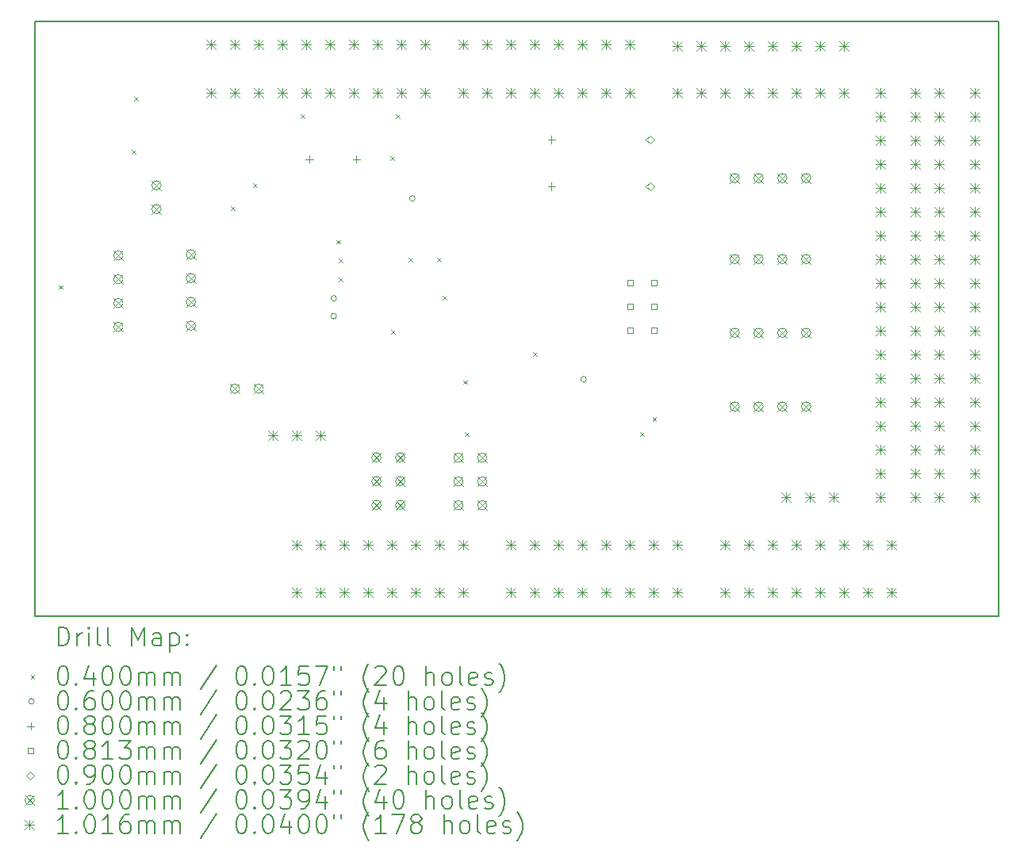
<source format=gbr>
%FSLAX45Y45*%
G04 Gerber Fmt 4.5, Leading zero omitted, Abs format (unit mm)*
G04 Created by KiCad (PCBNEW (6.0.0-0)) date 2023-06-22 10:54:43*
%MOMM*%
%LPD*%
G01*
G04 APERTURE LIST*
%TA.AperFunction,Profile*%
%ADD10C,0.150000*%
%TD*%
%ADD11C,0.200000*%
%ADD12C,0.040000*%
%ADD13C,0.060000*%
%ADD14C,0.080000*%
%ADD15C,0.081280*%
%ADD16C,0.090000*%
%ADD17C,0.100000*%
%ADD18C,0.101600*%
G04 APERTURE END LIST*
D10*
X14859000Y-11049000D02*
X25146000Y-11049000D01*
X25146000Y-4699000D02*
X14859000Y-4699000D01*
X14859000Y-4699000D02*
X14859000Y-11049000D01*
X25146000Y-11049000D02*
X25146000Y-4699000D01*
D11*
D12*
X15112050Y-7517450D02*
X15152050Y-7557450D01*
X15152050Y-7517450D02*
X15112050Y-7557450D01*
X15893100Y-6076000D02*
X15933100Y-6116000D01*
X15933100Y-6076000D02*
X15893100Y-6116000D01*
X15918500Y-5504500D02*
X15958500Y-5544500D01*
X15958500Y-5504500D02*
X15918500Y-5544500D01*
X16947200Y-6672900D02*
X16987200Y-6712900D01*
X16987200Y-6672900D02*
X16947200Y-6712900D01*
X17188500Y-6431600D02*
X17228500Y-6471600D01*
X17228500Y-6431600D02*
X17188500Y-6471600D01*
X17696500Y-5695000D02*
X17736500Y-5735000D01*
X17736500Y-5695000D02*
X17696500Y-5735000D01*
X18077500Y-7035000D02*
X18117500Y-7075000D01*
X18117500Y-7035000D02*
X18077500Y-7075000D01*
X18102900Y-7235000D02*
X18142900Y-7275000D01*
X18142900Y-7235000D02*
X18102900Y-7275000D01*
X18102900Y-7435000D02*
X18142900Y-7475000D01*
X18142900Y-7435000D02*
X18102900Y-7475000D01*
X18649000Y-6139500D02*
X18689000Y-6179500D01*
X18689000Y-6139500D02*
X18649000Y-6179500D01*
X18661700Y-7993700D02*
X18701700Y-8033700D01*
X18701700Y-7993700D02*
X18661700Y-8033700D01*
X18712500Y-5695000D02*
X18752500Y-5735000D01*
X18752500Y-5695000D02*
X18712500Y-5735000D01*
X18845850Y-7225350D02*
X18885850Y-7265350D01*
X18885850Y-7225350D02*
X18845850Y-7265350D01*
X19150650Y-7225350D02*
X19190650Y-7265350D01*
X19190650Y-7225350D02*
X19150650Y-7265350D01*
X19207800Y-7631750D02*
X19247800Y-7671750D01*
X19247800Y-7631750D02*
X19207800Y-7671750D01*
X19430050Y-8533450D02*
X19470050Y-8573450D01*
X19470050Y-8533450D02*
X19430050Y-8573450D01*
X19449100Y-9085900D02*
X19489100Y-9125900D01*
X19489100Y-9085900D02*
X19449100Y-9125900D01*
X20173000Y-8235000D02*
X20213000Y-8275000D01*
X20213000Y-8235000D02*
X20173000Y-8275000D01*
X21316000Y-9085900D02*
X21356000Y-9125900D01*
X21356000Y-9085900D02*
X21316000Y-9125900D01*
X21449350Y-8927150D02*
X21489350Y-8967150D01*
X21489350Y-8927150D02*
X21449350Y-8967150D01*
D13*
X18076700Y-7658100D02*
G75*
G03*
X18076700Y-7658100I-30000J0D01*
G01*
X18076700Y-7848600D02*
G75*
G03*
X18076700Y-7848600I-30000J0D01*
G01*
X18914900Y-6591300D02*
G75*
G03*
X18914900Y-6591300I-30000J0D01*
G01*
X20743700Y-8521700D02*
G75*
G03*
X20743700Y-8521700I-30000J0D01*
G01*
D14*
X17788000Y-6132200D02*
X17788000Y-6212200D01*
X17748000Y-6172200D02*
X17828000Y-6172200D01*
X18288000Y-6132200D02*
X18288000Y-6212200D01*
X18248000Y-6172200D02*
X18328000Y-6172200D01*
X20370800Y-5924300D02*
X20370800Y-6004300D01*
X20330800Y-5964300D02*
X20410800Y-5964300D01*
X20370800Y-6424300D02*
X20370800Y-6504300D01*
X20330800Y-6464300D02*
X20410800Y-6464300D01*
D15*
X21237737Y-7521737D02*
X21237737Y-7464263D01*
X21180263Y-7464263D01*
X21180263Y-7521737D01*
X21237737Y-7521737D01*
X21237737Y-7775737D02*
X21237737Y-7718263D01*
X21180263Y-7718263D01*
X21180263Y-7775737D01*
X21237737Y-7775737D01*
X21237737Y-8029737D02*
X21237737Y-7972263D01*
X21180263Y-7972263D01*
X21180263Y-8029737D01*
X21237737Y-8029737D01*
X21491737Y-7521737D02*
X21491737Y-7464263D01*
X21434263Y-7464263D01*
X21434263Y-7521737D01*
X21491737Y-7521737D01*
X21491737Y-7775737D02*
X21491737Y-7718263D01*
X21434263Y-7718263D01*
X21434263Y-7775737D01*
X21491737Y-7775737D01*
X21491737Y-8029737D02*
X21491737Y-7972263D01*
X21434263Y-7972263D01*
X21434263Y-8029737D01*
X21491737Y-8029737D01*
D16*
X21424900Y-6009300D02*
X21469900Y-5964300D01*
X21424900Y-5919300D01*
X21379900Y-5964300D01*
X21424900Y-6009300D01*
X21424900Y-6509300D02*
X21469900Y-6464300D01*
X21424900Y-6419300D01*
X21379900Y-6464300D01*
X21424900Y-6509300D01*
D17*
X15698000Y-7150900D02*
X15798000Y-7250900D01*
X15798000Y-7150900D02*
X15698000Y-7250900D01*
X15798000Y-7200900D02*
G75*
G03*
X15798000Y-7200900I-50000J0D01*
G01*
X15698000Y-7404900D02*
X15798000Y-7504900D01*
X15798000Y-7404900D02*
X15698000Y-7504900D01*
X15798000Y-7454900D02*
G75*
G03*
X15798000Y-7454900I-50000J0D01*
G01*
X15698000Y-7658900D02*
X15798000Y-7758900D01*
X15798000Y-7658900D02*
X15698000Y-7758900D01*
X15798000Y-7708900D02*
G75*
G03*
X15798000Y-7708900I-50000J0D01*
G01*
X15698000Y-7912900D02*
X15798000Y-8012900D01*
X15798000Y-7912900D02*
X15698000Y-8012900D01*
X15798000Y-7962900D02*
G75*
G03*
X15798000Y-7962900I-50000J0D01*
G01*
X16104400Y-6401600D02*
X16204400Y-6501600D01*
X16204400Y-6401600D02*
X16104400Y-6501600D01*
X16204400Y-6451600D02*
G75*
G03*
X16204400Y-6451600I-50000J0D01*
G01*
X16104400Y-6655600D02*
X16204400Y-6755600D01*
X16204400Y-6655600D02*
X16104400Y-6755600D01*
X16204400Y-6705600D02*
G75*
G03*
X16204400Y-6705600I-50000J0D01*
G01*
X16472700Y-7138200D02*
X16572700Y-7238200D01*
X16572700Y-7138200D02*
X16472700Y-7238200D01*
X16572700Y-7188200D02*
G75*
G03*
X16572700Y-7188200I-50000J0D01*
G01*
X16472700Y-7392200D02*
X16572700Y-7492200D01*
X16572700Y-7392200D02*
X16472700Y-7492200D01*
X16572700Y-7442200D02*
G75*
G03*
X16572700Y-7442200I-50000J0D01*
G01*
X16472700Y-7646200D02*
X16572700Y-7746200D01*
X16572700Y-7646200D02*
X16472700Y-7746200D01*
X16572700Y-7696200D02*
G75*
G03*
X16572700Y-7696200I-50000J0D01*
G01*
X16472700Y-7900200D02*
X16572700Y-8000200D01*
X16572700Y-7900200D02*
X16472700Y-8000200D01*
X16572700Y-7950200D02*
G75*
G03*
X16572700Y-7950200I-50000J0D01*
G01*
X16942600Y-8573300D02*
X17042600Y-8673300D01*
X17042600Y-8573300D02*
X16942600Y-8673300D01*
X17042600Y-8623300D02*
G75*
G03*
X17042600Y-8623300I-50000J0D01*
G01*
X17196600Y-8573300D02*
X17296600Y-8673300D01*
X17296600Y-8573300D02*
X17196600Y-8673300D01*
X17296600Y-8623300D02*
G75*
G03*
X17296600Y-8623300I-50000J0D01*
G01*
X18452630Y-9306090D02*
X18552630Y-9406090D01*
X18552630Y-9306090D02*
X18452630Y-9406090D01*
X18552630Y-9356090D02*
G75*
G03*
X18552630Y-9356090I-50000J0D01*
G01*
X18452630Y-9560090D02*
X18552630Y-9660090D01*
X18552630Y-9560090D02*
X18452630Y-9660090D01*
X18552630Y-9610090D02*
G75*
G03*
X18552630Y-9610090I-50000J0D01*
G01*
X18452630Y-9814090D02*
X18552630Y-9914090D01*
X18552630Y-9814090D02*
X18452630Y-9914090D01*
X18552630Y-9864090D02*
G75*
G03*
X18552630Y-9864090I-50000J0D01*
G01*
X18706630Y-9306090D02*
X18806630Y-9406090D01*
X18806630Y-9306090D02*
X18706630Y-9406090D01*
X18806630Y-9356090D02*
G75*
G03*
X18806630Y-9356090I-50000J0D01*
G01*
X18706630Y-9560090D02*
X18806630Y-9660090D01*
X18806630Y-9560090D02*
X18706630Y-9660090D01*
X18806630Y-9610090D02*
G75*
G03*
X18806630Y-9610090I-50000J0D01*
G01*
X18706630Y-9814090D02*
X18806630Y-9914090D01*
X18806630Y-9814090D02*
X18706630Y-9914090D01*
X18806630Y-9864090D02*
G75*
G03*
X18806630Y-9864090I-50000J0D01*
G01*
X19328930Y-9309900D02*
X19428930Y-9409900D01*
X19428930Y-9309900D02*
X19328930Y-9409900D01*
X19428930Y-9359900D02*
G75*
G03*
X19428930Y-9359900I-50000J0D01*
G01*
X19328930Y-9563900D02*
X19428930Y-9663900D01*
X19428930Y-9563900D02*
X19328930Y-9663900D01*
X19428930Y-9613900D02*
G75*
G03*
X19428930Y-9613900I-50000J0D01*
G01*
X19328930Y-9817900D02*
X19428930Y-9917900D01*
X19428930Y-9817900D02*
X19328930Y-9917900D01*
X19428930Y-9867900D02*
G75*
G03*
X19428930Y-9867900I-50000J0D01*
G01*
X19582930Y-9309900D02*
X19682930Y-9409900D01*
X19682930Y-9309900D02*
X19582930Y-9409900D01*
X19682930Y-9359900D02*
G75*
G03*
X19682930Y-9359900I-50000J0D01*
G01*
X19582930Y-9563900D02*
X19682930Y-9663900D01*
X19682930Y-9563900D02*
X19582930Y-9663900D01*
X19682930Y-9613900D02*
G75*
G03*
X19682930Y-9613900I-50000J0D01*
G01*
X19582930Y-9817900D02*
X19682930Y-9917900D01*
X19682930Y-9817900D02*
X19582930Y-9917900D01*
X19682930Y-9867900D02*
G75*
G03*
X19682930Y-9867900I-50000J0D01*
G01*
X22276600Y-6325400D02*
X22376600Y-6425400D01*
X22376600Y-6325400D02*
X22276600Y-6425400D01*
X22376600Y-6375400D02*
G75*
G03*
X22376600Y-6375400I-50000J0D01*
G01*
X22276600Y-7189000D02*
X22376600Y-7289000D01*
X22376600Y-7189000D02*
X22276600Y-7289000D01*
X22376600Y-7239000D02*
G75*
G03*
X22376600Y-7239000I-50000J0D01*
G01*
X22276600Y-7976400D02*
X22376600Y-8076400D01*
X22376600Y-7976400D02*
X22276600Y-8076400D01*
X22376600Y-8026400D02*
G75*
G03*
X22376600Y-8026400I-50000J0D01*
G01*
X22276600Y-8763800D02*
X22376600Y-8863800D01*
X22376600Y-8763800D02*
X22276600Y-8863800D01*
X22376600Y-8813800D02*
G75*
G03*
X22376600Y-8813800I-50000J0D01*
G01*
X22530600Y-6325400D02*
X22630600Y-6425400D01*
X22630600Y-6325400D02*
X22530600Y-6425400D01*
X22630600Y-6375400D02*
G75*
G03*
X22630600Y-6375400I-50000J0D01*
G01*
X22530600Y-7189000D02*
X22630600Y-7289000D01*
X22630600Y-7189000D02*
X22530600Y-7289000D01*
X22630600Y-7239000D02*
G75*
G03*
X22630600Y-7239000I-50000J0D01*
G01*
X22530600Y-7976400D02*
X22630600Y-8076400D01*
X22630600Y-7976400D02*
X22530600Y-8076400D01*
X22630600Y-8026400D02*
G75*
G03*
X22630600Y-8026400I-50000J0D01*
G01*
X22530600Y-8763800D02*
X22630600Y-8863800D01*
X22630600Y-8763800D02*
X22530600Y-8863800D01*
X22630600Y-8813800D02*
G75*
G03*
X22630600Y-8813800I-50000J0D01*
G01*
X22784600Y-6325400D02*
X22884600Y-6425400D01*
X22884600Y-6325400D02*
X22784600Y-6425400D01*
X22884600Y-6375400D02*
G75*
G03*
X22884600Y-6375400I-50000J0D01*
G01*
X22784600Y-7189000D02*
X22884600Y-7289000D01*
X22884600Y-7189000D02*
X22784600Y-7289000D01*
X22884600Y-7239000D02*
G75*
G03*
X22884600Y-7239000I-50000J0D01*
G01*
X22784600Y-7976400D02*
X22884600Y-8076400D01*
X22884600Y-7976400D02*
X22784600Y-8076400D01*
X22884600Y-8026400D02*
G75*
G03*
X22884600Y-8026400I-50000J0D01*
G01*
X22784600Y-8763800D02*
X22884600Y-8863800D01*
X22884600Y-8763800D02*
X22784600Y-8863800D01*
X22884600Y-8813800D02*
G75*
G03*
X22884600Y-8813800I-50000J0D01*
G01*
X23038600Y-6325400D02*
X23138600Y-6425400D01*
X23138600Y-6325400D02*
X23038600Y-6425400D01*
X23138600Y-6375400D02*
G75*
G03*
X23138600Y-6375400I-50000J0D01*
G01*
X23038600Y-7189000D02*
X23138600Y-7289000D01*
X23138600Y-7189000D02*
X23038600Y-7289000D01*
X23138600Y-7239000D02*
G75*
G03*
X23138600Y-7239000I-50000J0D01*
G01*
X23038600Y-7976400D02*
X23138600Y-8076400D01*
X23138600Y-7976400D02*
X23038600Y-8076400D01*
X23138600Y-8026400D02*
G75*
G03*
X23138600Y-8026400I-50000J0D01*
G01*
X23038600Y-8763800D02*
X23138600Y-8863800D01*
X23138600Y-8763800D02*
X23038600Y-8863800D01*
X23138600Y-8813800D02*
G75*
G03*
X23138600Y-8813800I-50000J0D01*
G01*
D18*
X16685260Y-4899660D02*
X16786860Y-5001260D01*
X16786860Y-4899660D02*
X16685260Y-5001260D01*
X16736060Y-4899660D02*
X16736060Y-5001260D01*
X16685260Y-4950460D02*
X16786860Y-4950460D01*
X16687800Y-5410200D02*
X16789400Y-5511800D01*
X16789400Y-5410200D02*
X16687800Y-5511800D01*
X16738600Y-5410200D02*
X16738600Y-5511800D01*
X16687800Y-5461000D02*
X16789400Y-5461000D01*
X16939260Y-4899660D02*
X17040860Y-5001260D01*
X17040860Y-4899660D02*
X16939260Y-5001260D01*
X16990060Y-4899660D02*
X16990060Y-5001260D01*
X16939260Y-4950460D02*
X17040860Y-4950460D01*
X16941800Y-5410200D02*
X17043400Y-5511800D01*
X17043400Y-5410200D02*
X16941800Y-5511800D01*
X16992600Y-5410200D02*
X16992600Y-5511800D01*
X16941800Y-5461000D02*
X17043400Y-5461000D01*
X17193260Y-4899660D02*
X17294860Y-5001260D01*
X17294860Y-4899660D02*
X17193260Y-5001260D01*
X17244060Y-4899660D02*
X17244060Y-5001260D01*
X17193260Y-4950460D02*
X17294860Y-4950460D01*
X17195800Y-5410200D02*
X17297400Y-5511800D01*
X17297400Y-5410200D02*
X17195800Y-5511800D01*
X17246600Y-5410200D02*
X17246600Y-5511800D01*
X17195800Y-5461000D02*
X17297400Y-5461000D01*
X17348200Y-9067800D02*
X17449800Y-9169400D01*
X17449800Y-9067800D02*
X17348200Y-9169400D01*
X17399000Y-9067800D02*
X17399000Y-9169400D01*
X17348200Y-9118600D02*
X17449800Y-9118600D01*
X17447260Y-4899660D02*
X17548860Y-5001260D01*
X17548860Y-4899660D02*
X17447260Y-5001260D01*
X17498060Y-4899660D02*
X17498060Y-5001260D01*
X17447260Y-4950460D02*
X17548860Y-4950460D01*
X17449800Y-5410200D02*
X17551400Y-5511800D01*
X17551400Y-5410200D02*
X17449800Y-5511800D01*
X17500600Y-5410200D02*
X17500600Y-5511800D01*
X17449800Y-5461000D02*
X17551400Y-5461000D01*
X17602200Y-9067800D02*
X17703800Y-9169400D01*
X17703800Y-9067800D02*
X17602200Y-9169400D01*
X17653000Y-9067800D02*
X17653000Y-9169400D01*
X17602200Y-9118600D02*
X17703800Y-9118600D01*
X17602200Y-10236200D02*
X17703800Y-10337800D01*
X17703800Y-10236200D02*
X17602200Y-10337800D01*
X17653000Y-10236200D02*
X17653000Y-10337800D01*
X17602200Y-10287000D02*
X17703800Y-10287000D01*
X17602200Y-10744200D02*
X17703800Y-10845800D01*
X17703800Y-10744200D02*
X17602200Y-10845800D01*
X17653000Y-10744200D02*
X17653000Y-10845800D01*
X17602200Y-10795000D02*
X17703800Y-10795000D01*
X17701260Y-4899660D02*
X17802860Y-5001260D01*
X17802860Y-4899660D02*
X17701260Y-5001260D01*
X17752060Y-4899660D02*
X17752060Y-5001260D01*
X17701260Y-4950460D02*
X17802860Y-4950460D01*
X17703800Y-5410200D02*
X17805400Y-5511800D01*
X17805400Y-5410200D02*
X17703800Y-5511800D01*
X17754600Y-5410200D02*
X17754600Y-5511800D01*
X17703800Y-5461000D02*
X17805400Y-5461000D01*
X17856200Y-9067800D02*
X17957800Y-9169400D01*
X17957800Y-9067800D02*
X17856200Y-9169400D01*
X17907000Y-9067800D02*
X17907000Y-9169400D01*
X17856200Y-9118600D02*
X17957800Y-9118600D01*
X17856200Y-10236200D02*
X17957800Y-10337800D01*
X17957800Y-10236200D02*
X17856200Y-10337800D01*
X17907000Y-10236200D02*
X17907000Y-10337800D01*
X17856200Y-10287000D02*
X17957800Y-10287000D01*
X17856200Y-10744200D02*
X17957800Y-10845800D01*
X17957800Y-10744200D02*
X17856200Y-10845800D01*
X17907000Y-10744200D02*
X17907000Y-10845800D01*
X17856200Y-10795000D02*
X17957800Y-10795000D01*
X17955260Y-4899660D02*
X18056860Y-5001260D01*
X18056860Y-4899660D02*
X17955260Y-5001260D01*
X18006060Y-4899660D02*
X18006060Y-5001260D01*
X17955260Y-4950460D02*
X18056860Y-4950460D01*
X17957800Y-5410200D02*
X18059400Y-5511800D01*
X18059400Y-5410200D02*
X17957800Y-5511800D01*
X18008600Y-5410200D02*
X18008600Y-5511800D01*
X17957800Y-5461000D02*
X18059400Y-5461000D01*
X18110200Y-10236200D02*
X18211800Y-10337800D01*
X18211800Y-10236200D02*
X18110200Y-10337800D01*
X18161000Y-10236200D02*
X18161000Y-10337800D01*
X18110200Y-10287000D02*
X18211800Y-10287000D01*
X18110200Y-10744200D02*
X18211800Y-10845800D01*
X18211800Y-10744200D02*
X18110200Y-10845800D01*
X18161000Y-10744200D02*
X18161000Y-10845800D01*
X18110200Y-10795000D02*
X18211800Y-10795000D01*
X18209260Y-4899660D02*
X18310860Y-5001260D01*
X18310860Y-4899660D02*
X18209260Y-5001260D01*
X18260060Y-4899660D02*
X18260060Y-5001260D01*
X18209260Y-4950460D02*
X18310860Y-4950460D01*
X18211800Y-5410200D02*
X18313400Y-5511800D01*
X18313400Y-5410200D02*
X18211800Y-5511800D01*
X18262600Y-5410200D02*
X18262600Y-5511800D01*
X18211800Y-5461000D02*
X18313400Y-5461000D01*
X18364200Y-10236200D02*
X18465800Y-10337800D01*
X18465800Y-10236200D02*
X18364200Y-10337800D01*
X18415000Y-10236200D02*
X18415000Y-10337800D01*
X18364200Y-10287000D02*
X18465800Y-10287000D01*
X18364200Y-10744200D02*
X18465800Y-10845800D01*
X18465800Y-10744200D02*
X18364200Y-10845800D01*
X18415000Y-10744200D02*
X18415000Y-10845800D01*
X18364200Y-10795000D02*
X18465800Y-10795000D01*
X18463260Y-4899660D02*
X18564860Y-5001260D01*
X18564860Y-4899660D02*
X18463260Y-5001260D01*
X18514060Y-4899660D02*
X18514060Y-5001260D01*
X18463260Y-4950460D02*
X18564860Y-4950460D01*
X18465800Y-5410200D02*
X18567400Y-5511800D01*
X18567400Y-5410200D02*
X18465800Y-5511800D01*
X18516600Y-5410200D02*
X18516600Y-5511800D01*
X18465800Y-5461000D02*
X18567400Y-5461000D01*
X18618200Y-10236200D02*
X18719800Y-10337800D01*
X18719800Y-10236200D02*
X18618200Y-10337800D01*
X18669000Y-10236200D02*
X18669000Y-10337800D01*
X18618200Y-10287000D02*
X18719800Y-10287000D01*
X18618200Y-10744200D02*
X18719800Y-10845800D01*
X18719800Y-10744200D02*
X18618200Y-10845800D01*
X18669000Y-10744200D02*
X18669000Y-10845800D01*
X18618200Y-10795000D02*
X18719800Y-10795000D01*
X18717260Y-4899660D02*
X18818860Y-5001260D01*
X18818860Y-4899660D02*
X18717260Y-5001260D01*
X18768060Y-4899660D02*
X18768060Y-5001260D01*
X18717260Y-4950460D02*
X18818860Y-4950460D01*
X18719800Y-5410200D02*
X18821400Y-5511800D01*
X18821400Y-5410200D02*
X18719800Y-5511800D01*
X18770600Y-5410200D02*
X18770600Y-5511800D01*
X18719800Y-5461000D02*
X18821400Y-5461000D01*
X18872200Y-10236200D02*
X18973800Y-10337800D01*
X18973800Y-10236200D02*
X18872200Y-10337800D01*
X18923000Y-10236200D02*
X18923000Y-10337800D01*
X18872200Y-10287000D02*
X18973800Y-10287000D01*
X18872200Y-10744200D02*
X18973800Y-10845800D01*
X18973800Y-10744200D02*
X18872200Y-10845800D01*
X18923000Y-10744200D02*
X18923000Y-10845800D01*
X18872200Y-10795000D02*
X18973800Y-10795000D01*
X18971260Y-4899660D02*
X19072860Y-5001260D01*
X19072860Y-4899660D02*
X18971260Y-5001260D01*
X19022060Y-4899660D02*
X19022060Y-5001260D01*
X18971260Y-4950460D02*
X19072860Y-4950460D01*
X18973800Y-5410200D02*
X19075400Y-5511800D01*
X19075400Y-5410200D02*
X18973800Y-5511800D01*
X19024600Y-5410200D02*
X19024600Y-5511800D01*
X18973800Y-5461000D02*
X19075400Y-5461000D01*
X19126200Y-10236200D02*
X19227800Y-10337800D01*
X19227800Y-10236200D02*
X19126200Y-10337800D01*
X19177000Y-10236200D02*
X19177000Y-10337800D01*
X19126200Y-10287000D02*
X19227800Y-10287000D01*
X19126200Y-10744200D02*
X19227800Y-10845800D01*
X19227800Y-10744200D02*
X19126200Y-10845800D01*
X19177000Y-10744200D02*
X19177000Y-10845800D01*
X19126200Y-10795000D02*
X19227800Y-10795000D01*
X19378930Y-4899660D02*
X19480530Y-5001260D01*
X19480530Y-4899660D02*
X19378930Y-5001260D01*
X19429730Y-4899660D02*
X19429730Y-5001260D01*
X19378930Y-4950460D02*
X19480530Y-4950460D01*
X19380200Y-5410200D02*
X19481800Y-5511800D01*
X19481800Y-5410200D02*
X19380200Y-5511800D01*
X19431000Y-5410200D02*
X19431000Y-5511800D01*
X19380200Y-5461000D02*
X19481800Y-5461000D01*
X19380200Y-10236200D02*
X19481800Y-10337800D01*
X19481800Y-10236200D02*
X19380200Y-10337800D01*
X19431000Y-10236200D02*
X19431000Y-10337800D01*
X19380200Y-10287000D02*
X19481800Y-10287000D01*
X19380200Y-10744200D02*
X19481800Y-10845800D01*
X19481800Y-10744200D02*
X19380200Y-10845800D01*
X19431000Y-10744200D02*
X19431000Y-10845800D01*
X19380200Y-10795000D02*
X19481800Y-10795000D01*
X19632930Y-4899660D02*
X19734530Y-5001260D01*
X19734530Y-4899660D02*
X19632930Y-5001260D01*
X19683730Y-4899660D02*
X19683730Y-5001260D01*
X19632930Y-4950460D02*
X19734530Y-4950460D01*
X19634200Y-5410200D02*
X19735800Y-5511800D01*
X19735800Y-5410200D02*
X19634200Y-5511800D01*
X19685000Y-5410200D02*
X19685000Y-5511800D01*
X19634200Y-5461000D02*
X19735800Y-5461000D01*
X19886930Y-4899660D02*
X19988530Y-5001260D01*
X19988530Y-4899660D02*
X19886930Y-5001260D01*
X19937730Y-4899660D02*
X19937730Y-5001260D01*
X19886930Y-4950460D02*
X19988530Y-4950460D01*
X19888200Y-5410200D02*
X19989800Y-5511800D01*
X19989800Y-5410200D02*
X19888200Y-5511800D01*
X19939000Y-5410200D02*
X19939000Y-5511800D01*
X19888200Y-5461000D02*
X19989800Y-5461000D01*
X19888200Y-10236200D02*
X19989800Y-10337800D01*
X19989800Y-10236200D02*
X19888200Y-10337800D01*
X19939000Y-10236200D02*
X19939000Y-10337800D01*
X19888200Y-10287000D02*
X19989800Y-10287000D01*
X19888200Y-10744200D02*
X19989800Y-10845800D01*
X19989800Y-10744200D02*
X19888200Y-10845800D01*
X19939000Y-10744200D02*
X19939000Y-10845800D01*
X19888200Y-10795000D02*
X19989800Y-10795000D01*
X20140930Y-4899660D02*
X20242530Y-5001260D01*
X20242530Y-4899660D02*
X20140930Y-5001260D01*
X20191730Y-4899660D02*
X20191730Y-5001260D01*
X20140930Y-4950460D02*
X20242530Y-4950460D01*
X20142200Y-5410200D02*
X20243800Y-5511800D01*
X20243800Y-5410200D02*
X20142200Y-5511800D01*
X20193000Y-5410200D02*
X20193000Y-5511800D01*
X20142200Y-5461000D02*
X20243800Y-5461000D01*
X20142200Y-10236200D02*
X20243800Y-10337800D01*
X20243800Y-10236200D02*
X20142200Y-10337800D01*
X20193000Y-10236200D02*
X20193000Y-10337800D01*
X20142200Y-10287000D02*
X20243800Y-10287000D01*
X20142200Y-10744200D02*
X20243800Y-10845800D01*
X20243800Y-10744200D02*
X20142200Y-10845800D01*
X20193000Y-10744200D02*
X20193000Y-10845800D01*
X20142200Y-10795000D02*
X20243800Y-10795000D01*
X20394930Y-4899660D02*
X20496530Y-5001260D01*
X20496530Y-4899660D02*
X20394930Y-5001260D01*
X20445730Y-4899660D02*
X20445730Y-5001260D01*
X20394930Y-4950460D02*
X20496530Y-4950460D01*
X20396200Y-5410200D02*
X20497800Y-5511800D01*
X20497800Y-5410200D02*
X20396200Y-5511800D01*
X20447000Y-5410200D02*
X20447000Y-5511800D01*
X20396200Y-5461000D02*
X20497800Y-5461000D01*
X20396200Y-10236200D02*
X20497800Y-10337800D01*
X20497800Y-10236200D02*
X20396200Y-10337800D01*
X20447000Y-10236200D02*
X20447000Y-10337800D01*
X20396200Y-10287000D02*
X20497800Y-10287000D01*
X20396200Y-10744200D02*
X20497800Y-10845800D01*
X20497800Y-10744200D02*
X20396200Y-10845800D01*
X20447000Y-10744200D02*
X20447000Y-10845800D01*
X20396200Y-10795000D02*
X20497800Y-10795000D01*
X20648930Y-4899660D02*
X20750530Y-5001260D01*
X20750530Y-4899660D02*
X20648930Y-5001260D01*
X20699730Y-4899660D02*
X20699730Y-5001260D01*
X20648930Y-4950460D02*
X20750530Y-4950460D01*
X20650200Y-5410200D02*
X20751800Y-5511800D01*
X20751800Y-5410200D02*
X20650200Y-5511800D01*
X20701000Y-5410200D02*
X20701000Y-5511800D01*
X20650200Y-5461000D02*
X20751800Y-5461000D01*
X20650200Y-10236200D02*
X20751800Y-10337800D01*
X20751800Y-10236200D02*
X20650200Y-10337800D01*
X20701000Y-10236200D02*
X20701000Y-10337800D01*
X20650200Y-10287000D02*
X20751800Y-10287000D01*
X20650200Y-10744200D02*
X20751800Y-10845800D01*
X20751800Y-10744200D02*
X20650200Y-10845800D01*
X20701000Y-10744200D02*
X20701000Y-10845800D01*
X20650200Y-10795000D02*
X20751800Y-10795000D01*
X20902930Y-4899660D02*
X21004530Y-5001260D01*
X21004530Y-4899660D02*
X20902930Y-5001260D01*
X20953730Y-4899660D02*
X20953730Y-5001260D01*
X20902930Y-4950460D02*
X21004530Y-4950460D01*
X20904200Y-5410200D02*
X21005800Y-5511800D01*
X21005800Y-5410200D02*
X20904200Y-5511800D01*
X20955000Y-5410200D02*
X20955000Y-5511800D01*
X20904200Y-5461000D02*
X21005800Y-5461000D01*
X20904200Y-10236200D02*
X21005800Y-10337800D01*
X21005800Y-10236200D02*
X20904200Y-10337800D01*
X20955000Y-10236200D02*
X20955000Y-10337800D01*
X20904200Y-10287000D02*
X21005800Y-10287000D01*
X20904200Y-10744200D02*
X21005800Y-10845800D01*
X21005800Y-10744200D02*
X20904200Y-10845800D01*
X20955000Y-10744200D02*
X20955000Y-10845800D01*
X20904200Y-10795000D02*
X21005800Y-10795000D01*
X21156930Y-4899660D02*
X21258530Y-5001260D01*
X21258530Y-4899660D02*
X21156930Y-5001260D01*
X21207730Y-4899660D02*
X21207730Y-5001260D01*
X21156930Y-4950460D02*
X21258530Y-4950460D01*
X21158200Y-5410200D02*
X21259800Y-5511800D01*
X21259800Y-5410200D02*
X21158200Y-5511800D01*
X21209000Y-5410200D02*
X21209000Y-5511800D01*
X21158200Y-5461000D02*
X21259800Y-5461000D01*
X21158200Y-10236200D02*
X21259800Y-10337800D01*
X21259800Y-10236200D02*
X21158200Y-10337800D01*
X21209000Y-10236200D02*
X21209000Y-10337800D01*
X21158200Y-10287000D02*
X21259800Y-10287000D01*
X21158200Y-10744200D02*
X21259800Y-10845800D01*
X21259800Y-10744200D02*
X21158200Y-10845800D01*
X21209000Y-10744200D02*
X21209000Y-10845800D01*
X21158200Y-10795000D02*
X21259800Y-10795000D01*
X21412200Y-10236200D02*
X21513800Y-10337800D01*
X21513800Y-10236200D02*
X21412200Y-10337800D01*
X21463000Y-10236200D02*
X21463000Y-10337800D01*
X21412200Y-10287000D02*
X21513800Y-10287000D01*
X21412200Y-10744200D02*
X21513800Y-10845800D01*
X21513800Y-10744200D02*
X21412200Y-10845800D01*
X21463000Y-10744200D02*
X21463000Y-10845800D01*
X21412200Y-10795000D02*
X21513800Y-10795000D01*
X21666200Y-4909820D02*
X21767800Y-5011420D01*
X21767800Y-4909820D02*
X21666200Y-5011420D01*
X21717000Y-4909820D02*
X21717000Y-5011420D01*
X21666200Y-4960620D02*
X21767800Y-4960620D01*
X21666200Y-5410200D02*
X21767800Y-5511800D01*
X21767800Y-5410200D02*
X21666200Y-5511800D01*
X21717000Y-5410200D02*
X21717000Y-5511800D01*
X21666200Y-5461000D02*
X21767800Y-5461000D01*
X21666200Y-10236200D02*
X21767800Y-10337800D01*
X21767800Y-10236200D02*
X21666200Y-10337800D01*
X21717000Y-10236200D02*
X21717000Y-10337800D01*
X21666200Y-10287000D02*
X21767800Y-10287000D01*
X21666200Y-10744200D02*
X21767800Y-10845800D01*
X21767800Y-10744200D02*
X21666200Y-10845800D01*
X21717000Y-10744200D02*
X21717000Y-10845800D01*
X21666200Y-10795000D02*
X21767800Y-10795000D01*
X21920200Y-4909820D02*
X22021800Y-5011420D01*
X22021800Y-4909820D02*
X21920200Y-5011420D01*
X21971000Y-4909820D02*
X21971000Y-5011420D01*
X21920200Y-4960620D02*
X22021800Y-4960620D01*
X21920200Y-5410200D02*
X22021800Y-5511800D01*
X22021800Y-5410200D02*
X21920200Y-5511800D01*
X21971000Y-5410200D02*
X21971000Y-5511800D01*
X21920200Y-5461000D02*
X22021800Y-5461000D01*
X22174200Y-4909820D02*
X22275800Y-5011420D01*
X22275800Y-4909820D02*
X22174200Y-5011420D01*
X22225000Y-4909820D02*
X22225000Y-5011420D01*
X22174200Y-4960620D02*
X22275800Y-4960620D01*
X22174200Y-5410200D02*
X22275800Y-5511800D01*
X22275800Y-5410200D02*
X22174200Y-5511800D01*
X22225000Y-5410200D02*
X22225000Y-5511800D01*
X22174200Y-5461000D02*
X22275800Y-5461000D01*
X22174200Y-10236200D02*
X22275800Y-10337800D01*
X22275800Y-10236200D02*
X22174200Y-10337800D01*
X22225000Y-10236200D02*
X22225000Y-10337800D01*
X22174200Y-10287000D02*
X22275800Y-10287000D01*
X22174200Y-10744200D02*
X22275800Y-10845800D01*
X22275800Y-10744200D02*
X22174200Y-10845800D01*
X22225000Y-10744200D02*
X22225000Y-10845800D01*
X22174200Y-10795000D02*
X22275800Y-10795000D01*
X22428200Y-4909820D02*
X22529800Y-5011420D01*
X22529800Y-4909820D02*
X22428200Y-5011420D01*
X22479000Y-4909820D02*
X22479000Y-5011420D01*
X22428200Y-4960620D02*
X22529800Y-4960620D01*
X22428200Y-5410200D02*
X22529800Y-5511800D01*
X22529800Y-5410200D02*
X22428200Y-5511800D01*
X22479000Y-5410200D02*
X22479000Y-5511800D01*
X22428200Y-5461000D02*
X22529800Y-5461000D01*
X22428200Y-10236200D02*
X22529800Y-10337800D01*
X22529800Y-10236200D02*
X22428200Y-10337800D01*
X22479000Y-10236200D02*
X22479000Y-10337800D01*
X22428200Y-10287000D02*
X22529800Y-10287000D01*
X22428200Y-10744200D02*
X22529800Y-10845800D01*
X22529800Y-10744200D02*
X22428200Y-10845800D01*
X22479000Y-10744200D02*
X22479000Y-10845800D01*
X22428200Y-10795000D02*
X22529800Y-10795000D01*
X22682200Y-4909820D02*
X22783800Y-5011420D01*
X22783800Y-4909820D02*
X22682200Y-5011420D01*
X22733000Y-4909820D02*
X22733000Y-5011420D01*
X22682200Y-4960620D02*
X22783800Y-4960620D01*
X22682200Y-5410200D02*
X22783800Y-5511800D01*
X22783800Y-5410200D02*
X22682200Y-5511800D01*
X22733000Y-5410200D02*
X22733000Y-5511800D01*
X22682200Y-5461000D02*
X22783800Y-5461000D01*
X22682200Y-10236200D02*
X22783800Y-10337800D01*
X22783800Y-10236200D02*
X22682200Y-10337800D01*
X22733000Y-10236200D02*
X22733000Y-10337800D01*
X22682200Y-10287000D02*
X22783800Y-10287000D01*
X22682200Y-10744200D02*
X22783800Y-10845800D01*
X22783800Y-10744200D02*
X22682200Y-10845800D01*
X22733000Y-10744200D02*
X22733000Y-10845800D01*
X22682200Y-10795000D02*
X22783800Y-10795000D01*
X22823170Y-9729470D02*
X22924770Y-9831070D01*
X22924770Y-9729470D02*
X22823170Y-9831070D01*
X22873970Y-9729470D02*
X22873970Y-9831070D01*
X22823170Y-9780270D02*
X22924770Y-9780270D01*
X22936200Y-4909820D02*
X23037800Y-5011420D01*
X23037800Y-4909820D02*
X22936200Y-5011420D01*
X22987000Y-4909820D02*
X22987000Y-5011420D01*
X22936200Y-4960620D02*
X23037800Y-4960620D01*
X22936200Y-5410200D02*
X23037800Y-5511800D01*
X23037800Y-5410200D02*
X22936200Y-5511800D01*
X22987000Y-5410200D02*
X22987000Y-5511800D01*
X22936200Y-5461000D02*
X23037800Y-5461000D01*
X22936200Y-10236200D02*
X23037800Y-10337800D01*
X23037800Y-10236200D02*
X22936200Y-10337800D01*
X22987000Y-10236200D02*
X22987000Y-10337800D01*
X22936200Y-10287000D02*
X23037800Y-10287000D01*
X22936200Y-10744200D02*
X23037800Y-10845800D01*
X23037800Y-10744200D02*
X22936200Y-10845800D01*
X22987000Y-10744200D02*
X22987000Y-10845800D01*
X22936200Y-10795000D02*
X23037800Y-10795000D01*
X23077170Y-9729470D02*
X23178770Y-9831070D01*
X23178770Y-9729470D02*
X23077170Y-9831070D01*
X23127970Y-9729470D02*
X23127970Y-9831070D01*
X23077170Y-9780270D02*
X23178770Y-9780270D01*
X23190200Y-4909820D02*
X23291800Y-5011420D01*
X23291800Y-4909820D02*
X23190200Y-5011420D01*
X23241000Y-4909820D02*
X23241000Y-5011420D01*
X23190200Y-4960620D02*
X23291800Y-4960620D01*
X23190200Y-5410200D02*
X23291800Y-5511800D01*
X23291800Y-5410200D02*
X23190200Y-5511800D01*
X23241000Y-5410200D02*
X23241000Y-5511800D01*
X23190200Y-5461000D02*
X23291800Y-5461000D01*
X23190200Y-10236200D02*
X23291800Y-10337800D01*
X23291800Y-10236200D02*
X23190200Y-10337800D01*
X23241000Y-10236200D02*
X23241000Y-10337800D01*
X23190200Y-10287000D02*
X23291800Y-10287000D01*
X23190200Y-10744200D02*
X23291800Y-10845800D01*
X23291800Y-10744200D02*
X23190200Y-10845800D01*
X23241000Y-10744200D02*
X23241000Y-10845800D01*
X23190200Y-10795000D02*
X23291800Y-10795000D01*
X23331170Y-9729470D02*
X23432770Y-9831070D01*
X23432770Y-9729470D02*
X23331170Y-9831070D01*
X23381970Y-9729470D02*
X23381970Y-9831070D01*
X23331170Y-9780270D02*
X23432770Y-9780270D01*
X23444200Y-4909820D02*
X23545800Y-5011420D01*
X23545800Y-4909820D02*
X23444200Y-5011420D01*
X23495000Y-4909820D02*
X23495000Y-5011420D01*
X23444200Y-4960620D02*
X23545800Y-4960620D01*
X23444200Y-5410200D02*
X23545800Y-5511800D01*
X23545800Y-5410200D02*
X23444200Y-5511800D01*
X23495000Y-5410200D02*
X23495000Y-5511800D01*
X23444200Y-5461000D02*
X23545800Y-5461000D01*
X23444200Y-10236200D02*
X23545800Y-10337800D01*
X23545800Y-10236200D02*
X23444200Y-10337800D01*
X23495000Y-10236200D02*
X23495000Y-10337800D01*
X23444200Y-10287000D02*
X23545800Y-10287000D01*
X23444200Y-10744200D02*
X23545800Y-10845800D01*
X23545800Y-10744200D02*
X23444200Y-10845800D01*
X23495000Y-10744200D02*
X23495000Y-10845800D01*
X23444200Y-10795000D02*
X23545800Y-10795000D01*
X23698200Y-10236200D02*
X23799800Y-10337800D01*
X23799800Y-10236200D02*
X23698200Y-10337800D01*
X23749000Y-10236200D02*
X23749000Y-10337800D01*
X23698200Y-10287000D02*
X23799800Y-10287000D01*
X23698200Y-10744200D02*
X23799800Y-10845800D01*
X23799800Y-10744200D02*
X23698200Y-10845800D01*
X23749000Y-10744200D02*
X23749000Y-10845800D01*
X23698200Y-10795000D02*
X23799800Y-10795000D01*
X23829010Y-5411470D02*
X23930610Y-5513070D01*
X23930610Y-5411470D02*
X23829010Y-5513070D01*
X23879810Y-5411470D02*
X23879810Y-5513070D01*
X23829010Y-5462270D02*
X23930610Y-5462270D01*
X23829010Y-5665470D02*
X23930610Y-5767070D01*
X23930610Y-5665470D02*
X23829010Y-5767070D01*
X23879810Y-5665470D02*
X23879810Y-5767070D01*
X23829010Y-5716270D02*
X23930610Y-5716270D01*
X23829010Y-5919470D02*
X23930610Y-6021070D01*
X23930610Y-5919470D02*
X23829010Y-6021070D01*
X23879810Y-5919470D02*
X23879810Y-6021070D01*
X23829010Y-5970270D02*
X23930610Y-5970270D01*
X23829010Y-6173470D02*
X23930610Y-6275070D01*
X23930610Y-6173470D02*
X23829010Y-6275070D01*
X23879810Y-6173470D02*
X23879810Y-6275070D01*
X23829010Y-6224270D02*
X23930610Y-6224270D01*
X23829010Y-6427470D02*
X23930610Y-6529070D01*
X23930610Y-6427470D02*
X23829010Y-6529070D01*
X23879810Y-6427470D02*
X23879810Y-6529070D01*
X23829010Y-6478270D02*
X23930610Y-6478270D01*
X23829010Y-6681470D02*
X23930610Y-6783070D01*
X23930610Y-6681470D02*
X23829010Y-6783070D01*
X23879810Y-6681470D02*
X23879810Y-6783070D01*
X23829010Y-6732270D02*
X23930610Y-6732270D01*
X23829010Y-6935470D02*
X23930610Y-7037070D01*
X23930610Y-6935470D02*
X23829010Y-7037070D01*
X23879810Y-6935470D02*
X23879810Y-7037070D01*
X23829010Y-6986270D02*
X23930610Y-6986270D01*
X23829010Y-7189470D02*
X23930610Y-7291070D01*
X23930610Y-7189470D02*
X23829010Y-7291070D01*
X23879810Y-7189470D02*
X23879810Y-7291070D01*
X23829010Y-7240270D02*
X23930610Y-7240270D01*
X23829010Y-7443470D02*
X23930610Y-7545070D01*
X23930610Y-7443470D02*
X23829010Y-7545070D01*
X23879810Y-7443470D02*
X23879810Y-7545070D01*
X23829010Y-7494270D02*
X23930610Y-7494270D01*
X23829010Y-7697470D02*
X23930610Y-7799070D01*
X23930610Y-7697470D02*
X23829010Y-7799070D01*
X23879810Y-7697470D02*
X23879810Y-7799070D01*
X23829010Y-7748270D02*
X23930610Y-7748270D01*
X23829010Y-7951470D02*
X23930610Y-8053070D01*
X23930610Y-7951470D02*
X23829010Y-8053070D01*
X23879810Y-7951470D02*
X23879810Y-8053070D01*
X23829010Y-8002270D02*
X23930610Y-8002270D01*
X23829010Y-8205470D02*
X23930610Y-8307070D01*
X23930610Y-8205470D02*
X23829010Y-8307070D01*
X23879810Y-8205470D02*
X23879810Y-8307070D01*
X23829010Y-8256270D02*
X23930610Y-8256270D01*
X23829010Y-8459470D02*
X23930610Y-8561070D01*
X23930610Y-8459470D02*
X23829010Y-8561070D01*
X23879810Y-8459470D02*
X23879810Y-8561070D01*
X23829010Y-8510270D02*
X23930610Y-8510270D01*
X23829010Y-8713470D02*
X23930610Y-8815070D01*
X23930610Y-8713470D02*
X23829010Y-8815070D01*
X23879810Y-8713470D02*
X23879810Y-8815070D01*
X23829010Y-8764270D02*
X23930610Y-8764270D01*
X23829010Y-8967470D02*
X23930610Y-9069070D01*
X23930610Y-8967470D02*
X23829010Y-9069070D01*
X23879810Y-8967470D02*
X23879810Y-9069070D01*
X23829010Y-9018270D02*
X23930610Y-9018270D01*
X23829010Y-9221470D02*
X23930610Y-9323070D01*
X23930610Y-9221470D02*
X23829010Y-9323070D01*
X23879810Y-9221470D02*
X23879810Y-9323070D01*
X23829010Y-9272270D02*
X23930610Y-9272270D01*
X23829010Y-9475470D02*
X23930610Y-9577070D01*
X23930610Y-9475470D02*
X23829010Y-9577070D01*
X23879810Y-9475470D02*
X23879810Y-9577070D01*
X23829010Y-9526270D02*
X23930610Y-9526270D01*
X23829010Y-9729470D02*
X23930610Y-9831070D01*
X23930610Y-9729470D02*
X23829010Y-9831070D01*
X23879810Y-9729470D02*
X23879810Y-9831070D01*
X23829010Y-9780270D02*
X23930610Y-9780270D01*
X23952200Y-10236200D02*
X24053800Y-10337800D01*
X24053800Y-10236200D02*
X23952200Y-10337800D01*
X24003000Y-10236200D02*
X24003000Y-10337800D01*
X23952200Y-10287000D02*
X24053800Y-10287000D01*
X23952200Y-10744200D02*
X24053800Y-10845800D01*
X24053800Y-10744200D02*
X23952200Y-10845800D01*
X24003000Y-10744200D02*
X24003000Y-10845800D01*
X23952200Y-10795000D02*
X24053800Y-10795000D01*
X24206200Y-5410200D02*
X24307800Y-5511800D01*
X24307800Y-5410200D02*
X24206200Y-5511800D01*
X24257000Y-5410200D02*
X24257000Y-5511800D01*
X24206200Y-5461000D02*
X24307800Y-5461000D01*
X24206200Y-5664200D02*
X24307800Y-5765800D01*
X24307800Y-5664200D02*
X24206200Y-5765800D01*
X24257000Y-5664200D02*
X24257000Y-5765800D01*
X24206200Y-5715000D02*
X24307800Y-5715000D01*
X24206200Y-5918200D02*
X24307800Y-6019800D01*
X24307800Y-5918200D02*
X24206200Y-6019800D01*
X24257000Y-5918200D02*
X24257000Y-6019800D01*
X24206200Y-5969000D02*
X24307800Y-5969000D01*
X24206200Y-6172200D02*
X24307800Y-6273800D01*
X24307800Y-6172200D02*
X24206200Y-6273800D01*
X24257000Y-6172200D02*
X24257000Y-6273800D01*
X24206200Y-6223000D02*
X24307800Y-6223000D01*
X24206200Y-6426200D02*
X24307800Y-6527800D01*
X24307800Y-6426200D02*
X24206200Y-6527800D01*
X24257000Y-6426200D02*
X24257000Y-6527800D01*
X24206200Y-6477000D02*
X24307800Y-6477000D01*
X24206200Y-6680200D02*
X24307800Y-6781800D01*
X24307800Y-6680200D02*
X24206200Y-6781800D01*
X24257000Y-6680200D02*
X24257000Y-6781800D01*
X24206200Y-6731000D02*
X24307800Y-6731000D01*
X24206200Y-6934200D02*
X24307800Y-7035800D01*
X24307800Y-6934200D02*
X24206200Y-7035800D01*
X24257000Y-6934200D02*
X24257000Y-7035800D01*
X24206200Y-6985000D02*
X24307800Y-6985000D01*
X24206200Y-7188200D02*
X24307800Y-7289800D01*
X24307800Y-7188200D02*
X24206200Y-7289800D01*
X24257000Y-7188200D02*
X24257000Y-7289800D01*
X24206200Y-7239000D02*
X24307800Y-7239000D01*
X24206200Y-7442200D02*
X24307800Y-7543800D01*
X24307800Y-7442200D02*
X24206200Y-7543800D01*
X24257000Y-7442200D02*
X24257000Y-7543800D01*
X24206200Y-7493000D02*
X24307800Y-7493000D01*
X24206200Y-7696200D02*
X24307800Y-7797800D01*
X24307800Y-7696200D02*
X24206200Y-7797800D01*
X24257000Y-7696200D02*
X24257000Y-7797800D01*
X24206200Y-7747000D02*
X24307800Y-7747000D01*
X24206200Y-7950200D02*
X24307800Y-8051800D01*
X24307800Y-7950200D02*
X24206200Y-8051800D01*
X24257000Y-7950200D02*
X24257000Y-8051800D01*
X24206200Y-8001000D02*
X24307800Y-8001000D01*
X24206200Y-8204200D02*
X24307800Y-8305800D01*
X24307800Y-8204200D02*
X24206200Y-8305800D01*
X24257000Y-8204200D02*
X24257000Y-8305800D01*
X24206200Y-8255000D02*
X24307800Y-8255000D01*
X24206200Y-8458200D02*
X24307800Y-8559800D01*
X24307800Y-8458200D02*
X24206200Y-8559800D01*
X24257000Y-8458200D02*
X24257000Y-8559800D01*
X24206200Y-8509000D02*
X24307800Y-8509000D01*
X24206200Y-8712200D02*
X24307800Y-8813800D01*
X24307800Y-8712200D02*
X24206200Y-8813800D01*
X24257000Y-8712200D02*
X24257000Y-8813800D01*
X24206200Y-8763000D02*
X24307800Y-8763000D01*
X24206200Y-8966200D02*
X24307800Y-9067800D01*
X24307800Y-8966200D02*
X24206200Y-9067800D01*
X24257000Y-8966200D02*
X24257000Y-9067800D01*
X24206200Y-9017000D02*
X24307800Y-9017000D01*
X24206200Y-9220200D02*
X24307800Y-9321800D01*
X24307800Y-9220200D02*
X24206200Y-9321800D01*
X24257000Y-9220200D02*
X24257000Y-9321800D01*
X24206200Y-9271000D02*
X24307800Y-9271000D01*
X24206200Y-9474200D02*
X24307800Y-9575800D01*
X24307800Y-9474200D02*
X24206200Y-9575800D01*
X24257000Y-9474200D02*
X24257000Y-9575800D01*
X24206200Y-9525000D02*
X24307800Y-9525000D01*
X24206200Y-9728200D02*
X24307800Y-9829800D01*
X24307800Y-9728200D02*
X24206200Y-9829800D01*
X24257000Y-9728200D02*
X24257000Y-9829800D01*
X24206200Y-9779000D02*
X24307800Y-9779000D01*
X24460200Y-5410200D02*
X24561800Y-5511800D01*
X24561800Y-5410200D02*
X24460200Y-5511800D01*
X24511000Y-5410200D02*
X24511000Y-5511800D01*
X24460200Y-5461000D02*
X24561800Y-5461000D01*
X24460200Y-5664200D02*
X24561800Y-5765800D01*
X24561800Y-5664200D02*
X24460200Y-5765800D01*
X24511000Y-5664200D02*
X24511000Y-5765800D01*
X24460200Y-5715000D02*
X24561800Y-5715000D01*
X24460200Y-5918200D02*
X24561800Y-6019800D01*
X24561800Y-5918200D02*
X24460200Y-6019800D01*
X24511000Y-5918200D02*
X24511000Y-6019800D01*
X24460200Y-5969000D02*
X24561800Y-5969000D01*
X24460200Y-6172200D02*
X24561800Y-6273800D01*
X24561800Y-6172200D02*
X24460200Y-6273800D01*
X24511000Y-6172200D02*
X24511000Y-6273800D01*
X24460200Y-6223000D02*
X24561800Y-6223000D01*
X24460200Y-6426200D02*
X24561800Y-6527800D01*
X24561800Y-6426200D02*
X24460200Y-6527800D01*
X24511000Y-6426200D02*
X24511000Y-6527800D01*
X24460200Y-6477000D02*
X24561800Y-6477000D01*
X24460200Y-6680200D02*
X24561800Y-6781800D01*
X24561800Y-6680200D02*
X24460200Y-6781800D01*
X24511000Y-6680200D02*
X24511000Y-6781800D01*
X24460200Y-6731000D02*
X24561800Y-6731000D01*
X24460200Y-6934200D02*
X24561800Y-7035800D01*
X24561800Y-6934200D02*
X24460200Y-7035800D01*
X24511000Y-6934200D02*
X24511000Y-7035800D01*
X24460200Y-6985000D02*
X24561800Y-6985000D01*
X24460200Y-7188200D02*
X24561800Y-7289800D01*
X24561800Y-7188200D02*
X24460200Y-7289800D01*
X24511000Y-7188200D02*
X24511000Y-7289800D01*
X24460200Y-7239000D02*
X24561800Y-7239000D01*
X24460200Y-7442200D02*
X24561800Y-7543800D01*
X24561800Y-7442200D02*
X24460200Y-7543800D01*
X24511000Y-7442200D02*
X24511000Y-7543800D01*
X24460200Y-7493000D02*
X24561800Y-7493000D01*
X24460200Y-7696200D02*
X24561800Y-7797800D01*
X24561800Y-7696200D02*
X24460200Y-7797800D01*
X24511000Y-7696200D02*
X24511000Y-7797800D01*
X24460200Y-7747000D02*
X24561800Y-7747000D01*
X24460200Y-7950200D02*
X24561800Y-8051800D01*
X24561800Y-7950200D02*
X24460200Y-8051800D01*
X24511000Y-7950200D02*
X24511000Y-8051800D01*
X24460200Y-8001000D02*
X24561800Y-8001000D01*
X24460200Y-8204200D02*
X24561800Y-8305800D01*
X24561800Y-8204200D02*
X24460200Y-8305800D01*
X24511000Y-8204200D02*
X24511000Y-8305800D01*
X24460200Y-8255000D02*
X24561800Y-8255000D01*
X24460200Y-8458200D02*
X24561800Y-8559800D01*
X24561800Y-8458200D02*
X24460200Y-8559800D01*
X24511000Y-8458200D02*
X24511000Y-8559800D01*
X24460200Y-8509000D02*
X24561800Y-8509000D01*
X24460200Y-8712200D02*
X24561800Y-8813800D01*
X24561800Y-8712200D02*
X24460200Y-8813800D01*
X24511000Y-8712200D02*
X24511000Y-8813800D01*
X24460200Y-8763000D02*
X24561800Y-8763000D01*
X24460200Y-8966200D02*
X24561800Y-9067800D01*
X24561800Y-8966200D02*
X24460200Y-9067800D01*
X24511000Y-8966200D02*
X24511000Y-9067800D01*
X24460200Y-9017000D02*
X24561800Y-9017000D01*
X24460200Y-9220200D02*
X24561800Y-9321800D01*
X24561800Y-9220200D02*
X24460200Y-9321800D01*
X24511000Y-9220200D02*
X24511000Y-9321800D01*
X24460200Y-9271000D02*
X24561800Y-9271000D01*
X24460200Y-9474200D02*
X24561800Y-9575800D01*
X24561800Y-9474200D02*
X24460200Y-9575800D01*
X24511000Y-9474200D02*
X24511000Y-9575800D01*
X24460200Y-9525000D02*
X24561800Y-9525000D01*
X24460200Y-9728200D02*
X24561800Y-9829800D01*
X24561800Y-9728200D02*
X24460200Y-9829800D01*
X24511000Y-9728200D02*
X24511000Y-9829800D01*
X24460200Y-9779000D02*
X24561800Y-9779000D01*
X24841200Y-5411470D02*
X24942800Y-5513070D01*
X24942800Y-5411470D02*
X24841200Y-5513070D01*
X24892000Y-5411470D02*
X24892000Y-5513070D01*
X24841200Y-5462270D02*
X24942800Y-5462270D01*
X24841200Y-5665470D02*
X24942800Y-5767070D01*
X24942800Y-5665470D02*
X24841200Y-5767070D01*
X24892000Y-5665470D02*
X24892000Y-5767070D01*
X24841200Y-5716270D02*
X24942800Y-5716270D01*
X24841200Y-5919470D02*
X24942800Y-6021070D01*
X24942800Y-5919470D02*
X24841200Y-6021070D01*
X24892000Y-5919470D02*
X24892000Y-6021070D01*
X24841200Y-5970270D02*
X24942800Y-5970270D01*
X24841200Y-6173470D02*
X24942800Y-6275070D01*
X24942800Y-6173470D02*
X24841200Y-6275070D01*
X24892000Y-6173470D02*
X24892000Y-6275070D01*
X24841200Y-6224270D02*
X24942800Y-6224270D01*
X24841200Y-6427470D02*
X24942800Y-6529070D01*
X24942800Y-6427470D02*
X24841200Y-6529070D01*
X24892000Y-6427470D02*
X24892000Y-6529070D01*
X24841200Y-6478270D02*
X24942800Y-6478270D01*
X24841200Y-6681470D02*
X24942800Y-6783070D01*
X24942800Y-6681470D02*
X24841200Y-6783070D01*
X24892000Y-6681470D02*
X24892000Y-6783070D01*
X24841200Y-6732270D02*
X24942800Y-6732270D01*
X24841200Y-6935470D02*
X24942800Y-7037070D01*
X24942800Y-6935470D02*
X24841200Y-7037070D01*
X24892000Y-6935470D02*
X24892000Y-7037070D01*
X24841200Y-6986270D02*
X24942800Y-6986270D01*
X24841200Y-7189470D02*
X24942800Y-7291070D01*
X24942800Y-7189470D02*
X24841200Y-7291070D01*
X24892000Y-7189470D02*
X24892000Y-7291070D01*
X24841200Y-7240270D02*
X24942800Y-7240270D01*
X24841200Y-7443470D02*
X24942800Y-7545070D01*
X24942800Y-7443470D02*
X24841200Y-7545070D01*
X24892000Y-7443470D02*
X24892000Y-7545070D01*
X24841200Y-7494270D02*
X24942800Y-7494270D01*
X24841200Y-7697470D02*
X24942800Y-7799070D01*
X24942800Y-7697470D02*
X24841200Y-7799070D01*
X24892000Y-7697470D02*
X24892000Y-7799070D01*
X24841200Y-7748270D02*
X24942800Y-7748270D01*
X24841200Y-7951470D02*
X24942800Y-8053070D01*
X24942800Y-7951470D02*
X24841200Y-8053070D01*
X24892000Y-7951470D02*
X24892000Y-8053070D01*
X24841200Y-8002270D02*
X24942800Y-8002270D01*
X24841200Y-8205470D02*
X24942800Y-8307070D01*
X24942800Y-8205470D02*
X24841200Y-8307070D01*
X24892000Y-8205470D02*
X24892000Y-8307070D01*
X24841200Y-8256270D02*
X24942800Y-8256270D01*
X24841200Y-8459470D02*
X24942800Y-8561070D01*
X24942800Y-8459470D02*
X24841200Y-8561070D01*
X24892000Y-8459470D02*
X24892000Y-8561070D01*
X24841200Y-8510270D02*
X24942800Y-8510270D01*
X24841200Y-8713470D02*
X24942800Y-8815070D01*
X24942800Y-8713470D02*
X24841200Y-8815070D01*
X24892000Y-8713470D02*
X24892000Y-8815070D01*
X24841200Y-8764270D02*
X24942800Y-8764270D01*
X24841200Y-8967470D02*
X24942800Y-9069070D01*
X24942800Y-8967470D02*
X24841200Y-9069070D01*
X24892000Y-8967470D02*
X24892000Y-9069070D01*
X24841200Y-9018270D02*
X24942800Y-9018270D01*
X24841200Y-9221470D02*
X24942800Y-9323070D01*
X24942800Y-9221470D02*
X24841200Y-9323070D01*
X24892000Y-9221470D02*
X24892000Y-9323070D01*
X24841200Y-9272270D02*
X24942800Y-9272270D01*
X24841200Y-9475470D02*
X24942800Y-9577070D01*
X24942800Y-9475470D02*
X24841200Y-9577070D01*
X24892000Y-9475470D02*
X24892000Y-9577070D01*
X24841200Y-9526270D02*
X24942800Y-9526270D01*
X24841200Y-9729470D02*
X24942800Y-9831070D01*
X24942800Y-9729470D02*
X24841200Y-9831070D01*
X24892000Y-9729470D02*
X24892000Y-9831070D01*
X24841200Y-9780270D02*
X24942800Y-9780270D01*
D11*
X15109119Y-11366976D02*
X15109119Y-11166976D01*
X15156738Y-11166976D01*
X15185309Y-11176500D01*
X15204357Y-11195548D01*
X15213881Y-11214595D01*
X15223405Y-11252690D01*
X15223405Y-11281262D01*
X15213881Y-11319357D01*
X15204357Y-11338405D01*
X15185309Y-11357452D01*
X15156738Y-11366976D01*
X15109119Y-11366976D01*
X15309119Y-11366976D02*
X15309119Y-11233643D01*
X15309119Y-11271738D02*
X15318643Y-11252690D01*
X15328167Y-11243167D01*
X15347214Y-11233643D01*
X15366262Y-11233643D01*
X15432928Y-11366976D02*
X15432928Y-11233643D01*
X15432928Y-11166976D02*
X15423405Y-11176500D01*
X15432928Y-11186024D01*
X15442452Y-11176500D01*
X15432928Y-11166976D01*
X15432928Y-11186024D01*
X15556738Y-11366976D02*
X15537690Y-11357452D01*
X15528167Y-11338405D01*
X15528167Y-11166976D01*
X15661500Y-11366976D02*
X15642452Y-11357452D01*
X15632928Y-11338405D01*
X15632928Y-11166976D01*
X15890071Y-11366976D02*
X15890071Y-11166976D01*
X15956738Y-11309833D01*
X16023405Y-11166976D01*
X16023405Y-11366976D01*
X16204357Y-11366976D02*
X16204357Y-11262214D01*
X16194833Y-11243167D01*
X16175786Y-11233643D01*
X16137690Y-11233643D01*
X16118643Y-11243167D01*
X16204357Y-11357452D02*
X16185309Y-11366976D01*
X16137690Y-11366976D01*
X16118643Y-11357452D01*
X16109119Y-11338405D01*
X16109119Y-11319357D01*
X16118643Y-11300309D01*
X16137690Y-11290786D01*
X16185309Y-11290786D01*
X16204357Y-11281262D01*
X16299595Y-11233643D02*
X16299595Y-11433643D01*
X16299595Y-11243167D02*
X16318643Y-11233643D01*
X16356738Y-11233643D01*
X16375786Y-11243167D01*
X16385309Y-11252690D01*
X16394833Y-11271738D01*
X16394833Y-11328881D01*
X16385309Y-11347928D01*
X16375786Y-11357452D01*
X16356738Y-11366976D01*
X16318643Y-11366976D01*
X16299595Y-11357452D01*
X16480548Y-11347928D02*
X16490071Y-11357452D01*
X16480548Y-11366976D01*
X16471024Y-11357452D01*
X16480548Y-11347928D01*
X16480548Y-11366976D01*
X16480548Y-11243167D02*
X16490071Y-11252690D01*
X16480548Y-11262214D01*
X16471024Y-11252690D01*
X16480548Y-11243167D01*
X16480548Y-11262214D01*
D12*
X14811500Y-11676500D02*
X14851500Y-11716500D01*
X14851500Y-11676500D02*
X14811500Y-11716500D01*
D11*
X15147214Y-11586976D02*
X15166262Y-11586976D01*
X15185309Y-11596500D01*
X15194833Y-11606024D01*
X15204357Y-11625071D01*
X15213881Y-11663167D01*
X15213881Y-11710786D01*
X15204357Y-11748881D01*
X15194833Y-11767928D01*
X15185309Y-11777452D01*
X15166262Y-11786976D01*
X15147214Y-11786976D01*
X15128167Y-11777452D01*
X15118643Y-11767928D01*
X15109119Y-11748881D01*
X15099595Y-11710786D01*
X15099595Y-11663167D01*
X15109119Y-11625071D01*
X15118643Y-11606024D01*
X15128167Y-11596500D01*
X15147214Y-11586976D01*
X15299595Y-11767928D02*
X15309119Y-11777452D01*
X15299595Y-11786976D01*
X15290071Y-11777452D01*
X15299595Y-11767928D01*
X15299595Y-11786976D01*
X15480548Y-11653643D02*
X15480548Y-11786976D01*
X15432928Y-11577452D02*
X15385309Y-11720309D01*
X15509119Y-11720309D01*
X15623405Y-11586976D02*
X15642452Y-11586976D01*
X15661500Y-11596500D01*
X15671024Y-11606024D01*
X15680548Y-11625071D01*
X15690071Y-11663167D01*
X15690071Y-11710786D01*
X15680548Y-11748881D01*
X15671024Y-11767928D01*
X15661500Y-11777452D01*
X15642452Y-11786976D01*
X15623405Y-11786976D01*
X15604357Y-11777452D01*
X15594833Y-11767928D01*
X15585309Y-11748881D01*
X15575786Y-11710786D01*
X15575786Y-11663167D01*
X15585309Y-11625071D01*
X15594833Y-11606024D01*
X15604357Y-11596500D01*
X15623405Y-11586976D01*
X15813881Y-11586976D02*
X15832928Y-11586976D01*
X15851976Y-11596500D01*
X15861500Y-11606024D01*
X15871024Y-11625071D01*
X15880548Y-11663167D01*
X15880548Y-11710786D01*
X15871024Y-11748881D01*
X15861500Y-11767928D01*
X15851976Y-11777452D01*
X15832928Y-11786976D01*
X15813881Y-11786976D01*
X15794833Y-11777452D01*
X15785309Y-11767928D01*
X15775786Y-11748881D01*
X15766262Y-11710786D01*
X15766262Y-11663167D01*
X15775786Y-11625071D01*
X15785309Y-11606024D01*
X15794833Y-11596500D01*
X15813881Y-11586976D01*
X15966262Y-11786976D02*
X15966262Y-11653643D01*
X15966262Y-11672690D02*
X15975786Y-11663167D01*
X15994833Y-11653643D01*
X16023405Y-11653643D01*
X16042452Y-11663167D01*
X16051976Y-11682214D01*
X16051976Y-11786976D01*
X16051976Y-11682214D02*
X16061500Y-11663167D01*
X16080548Y-11653643D01*
X16109119Y-11653643D01*
X16128167Y-11663167D01*
X16137690Y-11682214D01*
X16137690Y-11786976D01*
X16232928Y-11786976D02*
X16232928Y-11653643D01*
X16232928Y-11672690D02*
X16242452Y-11663167D01*
X16261500Y-11653643D01*
X16290071Y-11653643D01*
X16309119Y-11663167D01*
X16318643Y-11682214D01*
X16318643Y-11786976D01*
X16318643Y-11682214D02*
X16328167Y-11663167D01*
X16347214Y-11653643D01*
X16375786Y-11653643D01*
X16394833Y-11663167D01*
X16404357Y-11682214D01*
X16404357Y-11786976D01*
X16794833Y-11577452D02*
X16623405Y-11834595D01*
X17051976Y-11586976D02*
X17071024Y-11586976D01*
X17090071Y-11596500D01*
X17099595Y-11606024D01*
X17109119Y-11625071D01*
X17118643Y-11663167D01*
X17118643Y-11710786D01*
X17109119Y-11748881D01*
X17099595Y-11767928D01*
X17090071Y-11777452D01*
X17071024Y-11786976D01*
X17051976Y-11786976D01*
X17032929Y-11777452D01*
X17023405Y-11767928D01*
X17013881Y-11748881D01*
X17004357Y-11710786D01*
X17004357Y-11663167D01*
X17013881Y-11625071D01*
X17023405Y-11606024D01*
X17032929Y-11596500D01*
X17051976Y-11586976D01*
X17204357Y-11767928D02*
X17213881Y-11777452D01*
X17204357Y-11786976D01*
X17194833Y-11777452D01*
X17204357Y-11767928D01*
X17204357Y-11786976D01*
X17337690Y-11586976D02*
X17356738Y-11586976D01*
X17375786Y-11596500D01*
X17385310Y-11606024D01*
X17394833Y-11625071D01*
X17404357Y-11663167D01*
X17404357Y-11710786D01*
X17394833Y-11748881D01*
X17385310Y-11767928D01*
X17375786Y-11777452D01*
X17356738Y-11786976D01*
X17337690Y-11786976D01*
X17318643Y-11777452D01*
X17309119Y-11767928D01*
X17299595Y-11748881D01*
X17290071Y-11710786D01*
X17290071Y-11663167D01*
X17299595Y-11625071D01*
X17309119Y-11606024D01*
X17318643Y-11596500D01*
X17337690Y-11586976D01*
X17594833Y-11786976D02*
X17480548Y-11786976D01*
X17537690Y-11786976D02*
X17537690Y-11586976D01*
X17518643Y-11615548D01*
X17499595Y-11634595D01*
X17480548Y-11644119D01*
X17775786Y-11586976D02*
X17680548Y-11586976D01*
X17671024Y-11682214D01*
X17680548Y-11672690D01*
X17699595Y-11663167D01*
X17747214Y-11663167D01*
X17766262Y-11672690D01*
X17775786Y-11682214D01*
X17785310Y-11701262D01*
X17785310Y-11748881D01*
X17775786Y-11767928D01*
X17766262Y-11777452D01*
X17747214Y-11786976D01*
X17699595Y-11786976D01*
X17680548Y-11777452D01*
X17671024Y-11767928D01*
X17851976Y-11586976D02*
X17985310Y-11586976D01*
X17899595Y-11786976D01*
X18051976Y-11586976D02*
X18051976Y-11625071D01*
X18128167Y-11586976D02*
X18128167Y-11625071D01*
X18423405Y-11863167D02*
X18413881Y-11853643D01*
X18394833Y-11825071D01*
X18385310Y-11806024D01*
X18375786Y-11777452D01*
X18366262Y-11729833D01*
X18366262Y-11691738D01*
X18375786Y-11644119D01*
X18385310Y-11615548D01*
X18394833Y-11596500D01*
X18413881Y-11567928D01*
X18423405Y-11558405D01*
X18490071Y-11606024D02*
X18499595Y-11596500D01*
X18518643Y-11586976D01*
X18566262Y-11586976D01*
X18585310Y-11596500D01*
X18594833Y-11606024D01*
X18604357Y-11625071D01*
X18604357Y-11644119D01*
X18594833Y-11672690D01*
X18480548Y-11786976D01*
X18604357Y-11786976D01*
X18728167Y-11586976D02*
X18747214Y-11586976D01*
X18766262Y-11596500D01*
X18775786Y-11606024D01*
X18785310Y-11625071D01*
X18794833Y-11663167D01*
X18794833Y-11710786D01*
X18785310Y-11748881D01*
X18775786Y-11767928D01*
X18766262Y-11777452D01*
X18747214Y-11786976D01*
X18728167Y-11786976D01*
X18709119Y-11777452D01*
X18699595Y-11767928D01*
X18690071Y-11748881D01*
X18680548Y-11710786D01*
X18680548Y-11663167D01*
X18690071Y-11625071D01*
X18699595Y-11606024D01*
X18709119Y-11596500D01*
X18728167Y-11586976D01*
X19032929Y-11786976D02*
X19032929Y-11586976D01*
X19118643Y-11786976D02*
X19118643Y-11682214D01*
X19109119Y-11663167D01*
X19090071Y-11653643D01*
X19061500Y-11653643D01*
X19042452Y-11663167D01*
X19032929Y-11672690D01*
X19242452Y-11786976D02*
X19223405Y-11777452D01*
X19213881Y-11767928D01*
X19204357Y-11748881D01*
X19204357Y-11691738D01*
X19213881Y-11672690D01*
X19223405Y-11663167D01*
X19242452Y-11653643D01*
X19271024Y-11653643D01*
X19290071Y-11663167D01*
X19299595Y-11672690D01*
X19309119Y-11691738D01*
X19309119Y-11748881D01*
X19299595Y-11767928D01*
X19290071Y-11777452D01*
X19271024Y-11786976D01*
X19242452Y-11786976D01*
X19423405Y-11786976D02*
X19404357Y-11777452D01*
X19394833Y-11758405D01*
X19394833Y-11586976D01*
X19575786Y-11777452D02*
X19556738Y-11786976D01*
X19518643Y-11786976D01*
X19499595Y-11777452D01*
X19490071Y-11758405D01*
X19490071Y-11682214D01*
X19499595Y-11663167D01*
X19518643Y-11653643D01*
X19556738Y-11653643D01*
X19575786Y-11663167D01*
X19585310Y-11682214D01*
X19585310Y-11701262D01*
X19490071Y-11720309D01*
X19661500Y-11777452D02*
X19680548Y-11786976D01*
X19718643Y-11786976D01*
X19737690Y-11777452D01*
X19747214Y-11758405D01*
X19747214Y-11748881D01*
X19737690Y-11729833D01*
X19718643Y-11720309D01*
X19690071Y-11720309D01*
X19671024Y-11710786D01*
X19661500Y-11691738D01*
X19661500Y-11682214D01*
X19671024Y-11663167D01*
X19690071Y-11653643D01*
X19718643Y-11653643D01*
X19737690Y-11663167D01*
X19813881Y-11863167D02*
X19823405Y-11853643D01*
X19842452Y-11825071D01*
X19851976Y-11806024D01*
X19861500Y-11777452D01*
X19871024Y-11729833D01*
X19871024Y-11691738D01*
X19861500Y-11644119D01*
X19851976Y-11615548D01*
X19842452Y-11596500D01*
X19823405Y-11567928D01*
X19813881Y-11558405D01*
D13*
X14851500Y-11960500D02*
G75*
G03*
X14851500Y-11960500I-30000J0D01*
G01*
D11*
X15147214Y-11850976D02*
X15166262Y-11850976D01*
X15185309Y-11860500D01*
X15194833Y-11870024D01*
X15204357Y-11889071D01*
X15213881Y-11927167D01*
X15213881Y-11974786D01*
X15204357Y-12012881D01*
X15194833Y-12031928D01*
X15185309Y-12041452D01*
X15166262Y-12050976D01*
X15147214Y-12050976D01*
X15128167Y-12041452D01*
X15118643Y-12031928D01*
X15109119Y-12012881D01*
X15099595Y-11974786D01*
X15099595Y-11927167D01*
X15109119Y-11889071D01*
X15118643Y-11870024D01*
X15128167Y-11860500D01*
X15147214Y-11850976D01*
X15299595Y-12031928D02*
X15309119Y-12041452D01*
X15299595Y-12050976D01*
X15290071Y-12041452D01*
X15299595Y-12031928D01*
X15299595Y-12050976D01*
X15480548Y-11850976D02*
X15442452Y-11850976D01*
X15423405Y-11860500D01*
X15413881Y-11870024D01*
X15394833Y-11898595D01*
X15385309Y-11936690D01*
X15385309Y-12012881D01*
X15394833Y-12031928D01*
X15404357Y-12041452D01*
X15423405Y-12050976D01*
X15461500Y-12050976D01*
X15480548Y-12041452D01*
X15490071Y-12031928D01*
X15499595Y-12012881D01*
X15499595Y-11965262D01*
X15490071Y-11946214D01*
X15480548Y-11936690D01*
X15461500Y-11927167D01*
X15423405Y-11927167D01*
X15404357Y-11936690D01*
X15394833Y-11946214D01*
X15385309Y-11965262D01*
X15623405Y-11850976D02*
X15642452Y-11850976D01*
X15661500Y-11860500D01*
X15671024Y-11870024D01*
X15680548Y-11889071D01*
X15690071Y-11927167D01*
X15690071Y-11974786D01*
X15680548Y-12012881D01*
X15671024Y-12031928D01*
X15661500Y-12041452D01*
X15642452Y-12050976D01*
X15623405Y-12050976D01*
X15604357Y-12041452D01*
X15594833Y-12031928D01*
X15585309Y-12012881D01*
X15575786Y-11974786D01*
X15575786Y-11927167D01*
X15585309Y-11889071D01*
X15594833Y-11870024D01*
X15604357Y-11860500D01*
X15623405Y-11850976D01*
X15813881Y-11850976D02*
X15832928Y-11850976D01*
X15851976Y-11860500D01*
X15861500Y-11870024D01*
X15871024Y-11889071D01*
X15880548Y-11927167D01*
X15880548Y-11974786D01*
X15871024Y-12012881D01*
X15861500Y-12031928D01*
X15851976Y-12041452D01*
X15832928Y-12050976D01*
X15813881Y-12050976D01*
X15794833Y-12041452D01*
X15785309Y-12031928D01*
X15775786Y-12012881D01*
X15766262Y-11974786D01*
X15766262Y-11927167D01*
X15775786Y-11889071D01*
X15785309Y-11870024D01*
X15794833Y-11860500D01*
X15813881Y-11850976D01*
X15966262Y-12050976D02*
X15966262Y-11917643D01*
X15966262Y-11936690D02*
X15975786Y-11927167D01*
X15994833Y-11917643D01*
X16023405Y-11917643D01*
X16042452Y-11927167D01*
X16051976Y-11946214D01*
X16051976Y-12050976D01*
X16051976Y-11946214D02*
X16061500Y-11927167D01*
X16080548Y-11917643D01*
X16109119Y-11917643D01*
X16128167Y-11927167D01*
X16137690Y-11946214D01*
X16137690Y-12050976D01*
X16232928Y-12050976D02*
X16232928Y-11917643D01*
X16232928Y-11936690D02*
X16242452Y-11927167D01*
X16261500Y-11917643D01*
X16290071Y-11917643D01*
X16309119Y-11927167D01*
X16318643Y-11946214D01*
X16318643Y-12050976D01*
X16318643Y-11946214D02*
X16328167Y-11927167D01*
X16347214Y-11917643D01*
X16375786Y-11917643D01*
X16394833Y-11927167D01*
X16404357Y-11946214D01*
X16404357Y-12050976D01*
X16794833Y-11841452D02*
X16623405Y-12098595D01*
X17051976Y-11850976D02*
X17071024Y-11850976D01*
X17090071Y-11860500D01*
X17099595Y-11870024D01*
X17109119Y-11889071D01*
X17118643Y-11927167D01*
X17118643Y-11974786D01*
X17109119Y-12012881D01*
X17099595Y-12031928D01*
X17090071Y-12041452D01*
X17071024Y-12050976D01*
X17051976Y-12050976D01*
X17032929Y-12041452D01*
X17023405Y-12031928D01*
X17013881Y-12012881D01*
X17004357Y-11974786D01*
X17004357Y-11927167D01*
X17013881Y-11889071D01*
X17023405Y-11870024D01*
X17032929Y-11860500D01*
X17051976Y-11850976D01*
X17204357Y-12031928D02*
X17213881Y-12041452D01*
X17204357Y-12050976D01*
X17194833Y-12041452D01*
X17204357Y-12031928D01*
X17204357Y-12050976D01*
X17337690Y-11850976D02*
X17356738Y-11850976D01*
X17375786Y-11860500D01*
X17385310Y-11870024D01*
X17394833Y-11889071D01*
X17404357Y-11927167D01*
X17404357Y-11974786D01*
X17394833Y-12012881D01*
X17385310Y-12031928D01*
X17375786Y-12041452D01*
X17356738Y-12050976D01*
X17337690Y-12050976D01*
X17318643Y-12041452D01*
X17309119Y-12031928D01*
X17299595Y-12012881D01*
X17290071Y-11974786D01*
X17290071Y-11927167D01*
X17299595Y-11889071D01*
X17309119Y-11870024D01*
X17318643Y-11860500D01*
X17337690Y-11850976D01*
X17480548Y-11870024D02*
X17490071Y-11860500D01*
X17509119Y-11850976D01*
X17556738Y-11850976D01*
X17575786Y-11860500D01*
X17585310Y-11870024D01*
X17594833Y-11889071D01*
X17594833Y-11908119D01*
X17585310Y-11936690D01*
X17471024Y-12050976D01*
X17594833Y-12050976D01*
X17661500Y-11850976D02*
X17785310Y-11850976D01*
X17718643Y-11927167D01*
X17747214Y-11927167D01*
X17766262Y-11936690D01*
X17775786Y-11946214D01*
X17785310Y-11965262D01*
X17785310Y-12012881D01*
X17775786Y-12031928D01*
X17766262Y-12041452D01*
X17747214Y-12050976D01*
X17690071Y-12050976D01*
X17671024Y-12041452D01*
X17661500Y-12031928D01*
X17956738Y-11850976D02*
X17918643Y-11850976D01*
X17899595Y-11860500D01*
X17890071Y-11870024D01*
X17871024Y-11898595D01*
X17861500Y-11936690D01*
X17861500Y-12012881D01*
X17871024Y-12031928D01*
X17880548Y-12041452D01*
X17899595Y-12050976D01*
X17937690Y-12050976D01*
X17956738Y-12041452D01*
X17966262Y-12031928D01*
X17975786Y-12012881D01*
X17975786Y-11965262D01*
X17966262Y-11946214D01*
X17956738Y-11936690D01*
X17937690Y-11927167D01*
X17899595Y-11927167D01*
X17880548Y-11936690D01*
X17871024Y-11946214D01*
X17861500Y-11965262D01*
X18051976Y-11850976D02*
X18051976Y-11889071D01*
X18128167Y-11850976D02*
X18128167Y-11889071D01*
X18423405Y-12127167D02*
X18413881Y-12117643D01*
X18394833Y-12089071D01*
X18385310Y-12070024D01*
X18375786Y-12041452D01*
X18366262Y-11993833D01*
X18366262Y-11955738D01*
X18375786Y-11908119D01*
X18385310Y-11879548D01*
X18394833Y-11860500D01*
X18413881Y-11831928D01*
X18423405Y-11822405D01*
X18585310Y-11917643D02*
X18585310Y-12050976D01*
X18537690Y-11841452D02*
X18490071Y-11984309D01*
X18613881Y-11984309D01*
X18842452Y-12050976D02*
X18842452Y-11850976D01*
X18928167Y-12050976D02*
X18928167Y-11946214D01*
X18918643Y-11927167D01*
X18899595Y-11917643D01*
X18871024Y-11917643D01*
X18851976Y-11927167D01*
X18842452Y-11936690D01*
X19051976Y-12050976D02*
X19032929Y-12041452D01*
X19023405Y-12031928D01*
X19013881Y-12012881D01*
X19013881Y-11955738D01*
X19023405Y-11936690D01*
X19032929Y-11927167D01*
X19051976Y-11917643D01*
X19080548Y-11917643D01*
X19099595Y-11927167D01*
X19109119Y-11936690D01*
X19118643Y-11955738D01*
X19118643Y-12012881D01*
X19109119Y-12031928D01*
X19099595Y-12041452D01*
X19080548Y-12050976D01*
X19051976Y-12050976D01*
X19232929Y-12050976D02*
X19213881Y-12041452D01*
X19204357Y-12022405D01*
X19204357Y-11850976D01*
X19385310Y-12041452D02*
X19366262Y-12050976D01*
X19328167Y-12050976D01*
X19309119Y-12041452D01*
X19299595Y-12022405D01*
X19299595Y-11946214D01*
X19309119Y-11927167D01*
X19328167Y-11917643D01*
X19366262Y-11917643D01*
X19385310Y-11927167D01*
X19394833Y-11946214D01*
X19394833Y-11965262D01*
X19299595Y-11984309D01*
X19471024Y-12041452D02*
X19490071Y-12050976D01*
X19528167Y-12050976D01*
X19547214Y-12041452D01*
X19556738Y-12022405D01*
X19556738Y-12012881D01*
X19547214Y-11993833D01*
X19528167Y-11984309D01*
X19499595Y-11984309D01*
X19480548Y-11974786D01*
X19471024Y-11955738D01*
X19471024Y-11946214D01*
X19480548Y-11927167D01*
X19499595Y-11917643D01*
X19528167Y-11917643D01*
X19547214Y-11927167D01*
X19623405Y-12127167D02*
X19632929Y-12117643D01*
X19651976Y-12089071D01*
X19661500Y-12070024D01*
X19671024Y-12041452D01*
X19680548Y-11993833D01*
X19680548Y-11955738D01*
X19671024Y-11908119D01*
X19661500Y-11879548D01*
X19651976Y-11860500D01*
X19632929Y-11831928D01*
X19623405Y-11822405D01*
D14*
X14811500Y-12184500D02*
X14811500Y-12264500D01*
X14771500Y-12224500D02*
X14851500Y-12224500D01*
D11*
X15147214Y-12114976D02*
X15166262Y-12114976D01*
X15185309Y-12124500D01*
X15194833Y-12134024D01*
X15204357Y-12153071D01*
X15213881Y-12191167D01*
X15213881Y-12238786D01*
X15204357Y-12276881D01*
X15194833Y-12295928D01*
X15185309Y-12305452D01*
X15166262Y-12314976D01*
X15147214Y-12314976D01*
X15128167Y-12305452D01*
X15118643Y-12295928D01*
X15109119Y-12276881D01*
X15099595Y-12238786D01*
X15099595Y-12191167D01*
X15109119Y-12153071D01*
X15118643Y-12134024D01*
X15128167Y-12124500D01*
X15147214Y-12114976D01*
X15299595Y-12295928D02*
X15309119Y-12305452D01*
X15299595Y-12314976D01*
X15290071Y-12305452D01*
X15299595Y-12295928D01*
X15299595Y-12314976D01*
X15423405Y-12200690D02*
X15404357Y-12191167D01*
X15394833Y-12181643D01*
X15385309Y-12162595D01*
X15385309Y-12153071D01*
X15394833Y-12134024D01*
X15404357Y-12124500D01*
X15423405Y-12114976D01*
X15461500Y-12114976D01*
X15480548Y-12124500D01*
X15490071Y-12134024D01*
X15499595Y-12153071D01*
X15499595Y-12162595D01*
X15490071Y-12181643D01*
X15480548Y-12191167D01*
X15461500Y-12200690D01*
X15423405Y-12200690D01*
X15404357Y-12210214D01*
X15394833Y-12219738D01*
X15385309Y-12238786D01*
X15385309Y-12276881D01*
X15394833Y-12295928D01*
X15404357Y-12305452D01*
X15423405Y-12314976D01*
X15461500Y-12314976D01*
X15480548Y-12305452D01*
X15490071Y-12295928D01*
X15499595Y-12276881D01*
X15499595Y-12238786D01*
X15490071Y-12219738D01*
X15480548Y-12210214D01*
X15461500Y-12200690D01*
X15623405Y-12114976D02*
X15642452Y-12114976D01*
X15661500Y-12124500D01*
X15671024Y-12134024D01*
X15680548Y-12153071D01*
X15690071Y-12191167D01*
X15690071Y-12238786D01*
X15680548Y-12276881D01*
X15671024Y-12295928D01*
X15661500Y-12305452D01*
X15642452Y-12314976D01*
X15623405Y-12314976D01*
X15604357Y-12305452D01*
X15594833Y-12295928D01*
X15585309Y-12276881D01*
X15575786Y-12238786D01*
X15575786Y-12191167D01*
X15585309Y-12153071D01*
X15594833Y-12134024D01*
X15604357Y-12124500D01*
X15623405Y-12114976D01*
X15813881Y-12114976D02*
X15832928Y-12114976D01*
X15851976Y-12124500D01*
X15861500Y-12134024D01*
X15871024Y-12153071D01*
X15880548Y-12191167D01*
X15880548Y-12238786D01*
X15871024Y-12276881D01*
X15861500Y-12295928D01*
X15851976Y-12305452D01*
X15832928Y-12314976D01*
X15813881Y-12314976D01*
X15794833Y-12305452D01*
X15785309Y-12295928D01*
X15775786Y-12276881D01*
X15766262Y-12238786D01*
X15766262Y-12191167D01*
X15775786Y-12153071D01*
X15785309Y-12134024D01*
X15794833Y-12124500D01*
X15813881Y-12114976D01*
X15966262Y-12314976D02*
X15966262Y-12181643D01*
X15966262Y-12200690D02*
X15975786Y-12191167D01*
X15994833Y-12181643D01*
X16023405Y-12181643D01*
X16042452Y-12191167D01*
X16051976Y-12210214D01*
X16051976Y-12314976D01*
X16051976Y-12210214D02*
X16061500Y-12191167D01*
X16080548Y-12181643D01*
X16109119Y-12181643D01*
X16128167Y-12191167D01*
X16137690Y-12210214D01*
X16137690Y-12314976D01*
X16232928Y-12314976D02*
X16232928Y-12181643D01*
X16232928Y-12200690D02*
X16242452Y-12191167D01*
X16261500Y-12181643D01*
X16290071Y-12181643D01*
X16309119Y-12191167D01*
X16318643Y-12210214D01*
X16318643Y-12314976D01*
X16318643Y-12210214D02*
X16328167Y-12191167D01*
X16347214Y-12181643D01*
X16375786Y-12181643D01*
X16394833Y-12191167D01*
X16404357Y-12210214D01*
X16404357Y-12314976D01*
X16794833Y-12105452D02*
X16623405Y-12362595D01*
X17051976Y-12114976D02*
X17071024Y-12114976D01*
X17090071Y-12124500D01*
X17099595Y-12134024D01*
X17109119Y-12153071D01*
X17118643Y-12191167D01*
X17118643Y-12238786D01*
X17109119Y-12276881D01*
X17099595Y-12295928D01*
X17090071Y-12305452D01*
X17071024Y-12314976D01*
X17051976Y-12314976D01*
X17032929Y-12305452D01*
X17023405Y-12295928D01*
X17013881Y-12276881D01*
X17004357Y-12238786D01*
X17004357Y-12191167D01*
X17013881Y-12153071D01*
X17023405Y-12134024D01*
X17032929Y-12124500D01*
X17051976Y-12114976D01*
X17204357Y-12295928D02*
X17213881Y-12305452D01*
X17204357Y-12314976D01*
X17194833Y-12305452D01*
X17204357Y-12295928D01*
X17204357Y-12314976D01*
X17337690Y-12114976D02*
X17356738Y-12114976D01*
X17375786Y-12124500D01*
X17385310Y-12134024D01*
X17394833Y-12153071D01*
X17404357Y-12191167D01*
X17404357Y-12238786D01*
X17394833Y-12276881D01*
X17385310Y-12295928D01*
X17375786Y-12305452D01*
X17356738Y-12314976D01*
X17337690Y-12314976D01*
X17318643Y-12305452D01*
X17309119Y-12295928D01*
X17299595Y-12276881D01*
X17290071Y-12238786D01*
X17290071Y-12191167D01*
X17299595Y-12153071D01*
X17309119Y-12134024D01*
X17318643Y-12124500D01*
X17337690Y-12114976D01*
X17471024Y-12114976D02*
X17594833Y-12114976D01*
X17528167Y-12191167D01*
X17556738Y-12191167D01*
X17575786Y-12200690D01*
X17585310Y-12210214D01*
X17594833Y-12229262D01*
X17594833Y-12276881D01*
X17585310Y-12295928D01*
X17575786Y-12305452D01*
X17556738Y-12314976D01*
X17499595Y-12314976D01*
X17480548Y-12305452D01*
X17471024Y-12295928D01*
X17785310Y-12314976D02*
X17671024Y-12314976D01*
X17728167Y-12314976D02*
X17728167Y-12114976D01*
X17709119Y-12143548D01*
X17690071Y-12162595D01*
X17671024Y-12172119D01*
X17966262Y-12114976D02*
X17871024Y-12114976D01*
X17861500Y-12210214D01*
X17871024Y-12200690D01*
X17890071Y-12191167D01*
X17937690Y-12191167D01*
X17956738Y-12200690D01*
X17966262Y-12210214D01*
X17975786Y-12229262D01*
X17975786Y-12276881D01*
X17966262Y-12295928D01*
X17956738Y-12305452D01*
X17937690Y-12314976D01*
X17890071Y-12314976D01*
X17871024Y-12305452D01*
X17861500Y-12295928D01*
X18051976Y-12114976D02*
X18051976Y-12153071D01*
X18128167Y-12114976D02*
X18128167Y-12153071D01*
X18423405Y-12391167D02*
X18413881Y-12381643D01*
X18394833Y-12353071D01*
X18385310Y-12334024D01*
X18375786Y-12305452D01*
X18366262Y-12257833D01*
X18366262Y-12219738D01*
X18375786Y-12172119D01*
X18385310Y-12143548D01*
X18394833Y-12124500D01*
X18413881Y-12095928D01*
X18423405Y-12086405D01*
X18585310Y-12181643D02*
X18585310Y-12314976D01*
X18537690Y-12105452D02*
X18490071Y-12248309D01*
X18613881Y-12248309D01*
X18842452Y-12314976D02*
X18842452Y-12114976D01*
X18928167Y-12314976D02*
X18928167Y-12210214D01*
X18918643Y-12191167D01*
X18899595Y-12181643D01*
X18871024Y-12181643D01*
X18851976Y-12191167D01*
X18842452Y-12200690D01*
X19051976Y-12314976D02*
X19032929Y-12305452D01*
X19023405Y-12295928D01*
X19013881Y-12276881D01*
X19013881Y-12219738D01*
X19023405Y-12200690D01*
X19032929Y-12191167D01*
X19051976Y-12181643D01*
X19080548Y-12181643D01*
X19099595Y-12191167D01*
X19109119Y-12200690D01*
X19118643Y-12219738D01*
X19118643Y-12276881D01*
X19109119Y-12295928D01*
X19099595Y-12305452D01*
X19080548Y-12314976D01*
X19051976Y-12314976D01*
X19232929Y-12314976D02*
X19213881Y-12305452D01*
X19204357Y-12286405D01*
X19204357Y-12114976D01*
X19385310Y-12305452D02*
X19366262Y-12314976D01*
X19328167Y-12314976D01*
X19309119Y-12305452D01*
X19299595Y-12286405D01*
X19299595Y-12210214D01*
X19309119Y-12191167D01*
X19328167Y-12181643D01*
X19366262Y-12181643D01*
X19385310Y-12191167D01*
X19394833Y-12210214D01*
X19394833Y-12229262D01*
X19299595Y-12248309D01*
X19471024Y-12305452D02*
X19490071Y-12314976D01*
X19528167Y-12314976D01*
X19547214Y-12305452D01*
X19556738Y-12286405D01*
X19556738Y-12276881D01*
X19547214Y-12257833D01*
X19528167Y-12248309D01*
X19499595Y-12248309D01*
X19480548Y-12238786D01*
X19471024Y-12219738D01*
X19471024Y-12210214D01*
X19480548Y-12191167D01*
X19499595Y-12181643D01*
X19528167Y-12181643D01*
X19547214Y-12191167D01*
X19623405Y-12391167D02*
X19632929Y-12381643D01*
X19651976Y-12353071D01*
X19661500Y-12334024D01*
X19671024Y-12305452D01*
X19680548Y-12257833D01*
X19680548Y-12219738D01*
X19671024Y-12172119D01*
X19661500Y-12143548D01*
X19651976Y-12124500D01*
X19632929Y-12095928D01*
X19623405Y-12086405D01*
D15*
X14839597Y-12517237D02*
X14839597Y-12459763D01*
X14782123Y-12459763D01*
X14782123Y-12517237D01*
X14839597Y-12517237D01*
D11*
X15147214Y-12378976D02*
X15166262Y-12378976D01*
X15185309Y-12388500D01*
X15194833Y-12398024D01*
X15204357Y-12417071D01*
X15213881Y-12455167D01*
X15213881Y-12502786D01*
X15204357Y-12540881D01*
X15194833Y-12559928D01*
X15185309Y-12569452D01*
X15166262Y-12578976D01*
X15147214Y-12578976D01*
X15128167Y-12569452D01*
X15118643Y-12559928D01*
X15109119Y-12540881D01*
X15099595Y-12502786D01*
X15099595Y-12455167D01*
X15109119Y-12417071D01*
X15118643Y-12398024D01*
X15128167Y-12388500D01*
X15147214Y-12378976D01*
X15299595Y-12559928D02*
X15309119Y-12569452D01*
X15299595Y-12578976D01*
X15290071Y-12569452D01*
X15299595Y-12559928D01*
X15299595Y-12578976D01*
X15423405Y-12464690D02*
X15404357Y-12455167D01*
X15394833Y-12445643D01*
X15385309Y-12426595D01*
X15385309Y-12417071D01*
X15394833Y-12398024D01*
X15404357Y-12388500D01*
X15423405Y-12378976D01*
X15461500Y-12378976D01*
X15480548Y-12388500D01*
X15490071Y-12398024D01*
X15499595Y-12417071D01*
X15499595Y-12426595D01*
X15490071Y-12445643D01*
X15480548Y-12455167D01*
X15461500Y-12464690D01*
X15423405Y-12464690D01*
X15404357Y-12474214D01*
X15394833Y-12483738D01*
X15385309Y-12502786D01*
X15385309Y-12540881D01*
X15394833Y-12559928D01*
X15404357Y-12569452D01*
X15423405Y-12578976D01*
X15461500Y-12578976D01*
X15480548Y-12569452D01*
X15490071Y-12559928D01*
X15499595Y-12540881D01*
X15499595Y-12502786D01*
X15490071Y-12483738D01*
X15480548Y-12474214D01*
X15461500Y-12464690D01*
X15690071Y-12578976D02*
X15575786Y-12578976D01*
X15632928Y-12578976D02*
X15632928Y-12378976D01*
X15613881Y-12407548D01*
X15594833Y-12426595D01*
X15575786Y-12436119D01*
X15756738Y-12378976D02*
X15880548Y-12378976D01*
X15813881Y-12455167D01*
X15842452Y-12455167D01*
X15861500Y-12464690D01*
X15871024Y-12474214D01*
X15880548Y-12493262D01*
X15880548Y-12540881D01*
X15871024Y-12559928D01*
X15861500Y-12569452D01*
X15842452Y-12578976D01*
X15785309Y-12578976D01*
X15766262Y-12569452D01*
X15756738Y-12559928D01*
X15966262Y-12578976D02*
X15966262Y-12445643D01*
X15966262Y-12464690D02*
X15975786Y-12455167D01*
X15994833Y-12445643D01*
X16023405Y-12445643D01*
X16042452Y-12455167D01*
X16051976Y-12474214D01*
X16051976Y-12578976D01*
X16051976Y-12474214D02*
X16061500Y-12455167D01*
X16080548Y-12445643D01*
X16109119Y-12445643D01*
X16128167Y-12455167D01*
X16137690Y-12474214D01*
X16137690Y-12578976D01*
X16232928Y-12578976D02*
X16232928Y-12445643D01*
X16232928Y-12464690D02*
X16242452Y-12455167D01*
X16261500Y-12445643D01*
X16290071Y-12445643D01*
X16309119Y-12455167D01*
X16318643Y-12474214D01*
X16318643Y-12578976D01*
X16318643Y-12474214D02*
X16328167Y-12455167D01*
X16347214Y-12445643D01*
X16375786Y-12445643D01*
X16394833Y-12455167D01*
X16404357Y-12474214D01*
X16404357Y-12578976D01*
X16794833Y-12369452D02*
X16623405Y-12626595D01*
X17051976Y-12378976D02*
X17071024Y-12378976D01*
X17090071Y-12388500D01*
X17099595Y-12398024D01*
X17109119Y-12417071D01*
X17118643Y-12455167D01*
X17118643Y-12502786D01*
X17109119Y-12540881D01*
X17099595Y-12559928D01*
X17090071Y-12569452D01*
X17071024Y-12578976D01*
X17051976Y-12578976D01*
X17032929Y-12569452D01*
X17023405Y-12559928D01*
X17013881Y-12540881D01*
X17004357Y-12502786D01*
X17004357Y-12455167D01*
X17013881Y-12417071D01*
X17023405Y-12398024D01*
X17032929Y-12388500D01*
X17051976Y-12378976D01*
X17204357Y-12559928D02*
X17213881Y-12569452D01*
X17204357Y-12578976D01*
X17194833Y-12569452D01*
X17204357Y-12559928D01*
X17204357Y-12578976D01*
X17337690Y-12378976D02*
X17356738Y-12378976D01*
X17375786Y-12388500D01*
X17385310Y-12398024D01*
X17394833Y-12417071D01*
X17404357Y-12455167D01*
X17404357Y-12502786D01*
X17394833Y-12540881D01*
X17385310Y-12559928D01*
X17375786Y-12569452D01*
X17356738Y-12578976D01*
X17337690Y-12578976D01*
X17318643Y-12569452D01*
X17309119Y-12559928D01*
X17299595Y-12540881D01*
X17290071Y-12502786D01*
X17290071Y-12455167D01*
X17299595Y-12417071D01*
X17309119Y-12398024D01*
X17318643Y-12388500D01*
X17337690Y-12378976D01*
X17471024Y-12378976D02*
X17594833Y-12378976D01*
X17528167Y-12455167D01*
X17556738Y-12455167D01*
X17575786Y-12464690D01*
X17585310Y-12474214D01*
X17594833Y-12493262D01*
X17594833Y-12540881D01*
X17585310Y-12559928D01*
X17575786Y-12569452D01*
X17556738Y-12578976D01*
X17499595Y-12578976D01*
X17480548Y-12569452D01*
X17471024Y-12559928D01*
X17671024Y-12398024D02*
X17680548Y-12388500D01*
X17699595Y-12378976D01*
X17747214Y-12378976D01*
X17766262Y-12388500D01*
X17775786Y-12398024D01*
X17785310Y-12417071D01*
X17785310Y-12436119D01*
X17775786Y-12464690D01*
X17661500Y-12578976D01*
X17785310Y-12578976D01*
X17909119Y-12378976D02*
X17928167Y-12378976D01*
X17947214Y-12388500D01*
X17956738Y-12398024D01*
X17966262Y-12417071D01*
X17975786Y-12455167D01*
X17975786Y-12502786D01*
X17966262Y-12540881D01*
X17956738Y-12559928D01*
X17947214Y-12569452D01*
X17928167Y-12578976D01*
X17909119Y-12578976D01*
X17890071Y-12569452D01*
X17880548Y-12559928D01*
X17871024Y-12540881D01*
X17861500Y-12502786D01*
X17861500Y-12455167D01*
X17871024Y-12417071D01*
X17880548Y-12398024D01*
X17890071Y-12388500D01*
X17909119Y-12378976D01*
X18051976Y-12378976D02*
X18051976Y-12417071D01*
X18128167Y-12378976D02*
X18128167Y-12417071D01*
X18423405Y-12655167D02*
X18413881Y-12645643D01*
X18394833Y-12617071D01*
X18385310Y-12598024D01*
X18375786Y-12569452D01*
X18366262Y-12521833D01*
X18366262Y-12483738D01*
X18375786Y-12436119D01*
X18385310Y-12407548D01*
X18394833Y-12388500D01*
X18413881Y-12359928D01*
X18423405Y-12350405D01*
X18585310Y-12378976D02*
X18547214Y-12378976D01*
X18528167Y-12388500D01*
X18518643Y-12398024D01*
X18499595Y-12426595D01*
X18490071Y-12464690D01*
X18490071Y-12540881D01*
X18499595Y-12559928D01*
X18509119Y-12569452D01*
X18528167Y-12578976D01*
X18566262Y-12578976D01*
X18585310Y-12569452D01*
X18594833Y-12559928D01*
X18604357Y-12540881D01*
X18604357Y-12493262D01*
X18594833Y-12474214D01*
X18585310Y-12464690D01*
X18566262Y-12455167D01*
X18528167Y-12455167D01*
X18509119Y-12464690D01*
X18499595Y-12474214D01*
X18490071Y-12493262D01*
X18842452Y-12578976D02*
X18842452Y-12378976D01*
X18928167Y-12578976D02*
X18928167Y-12474214D01*
X18918643Y-12455167D01*
X18899595Y-12445643D01*
X18871024Y-12445643D01*
X18851976Y-12455167D01*
X18842452Y-12464690D01*
X19051976Y-12578976D02*
X19032929Y-12569452D01*
X19023405Y-12559928D01*
X19013881Y-12540881D01*
X19013881Y-12483738D01*
X19023405Y-12464690D01*
X19032929Y-12455167D01*
X19051976Y-12445643D01*
X19080548Y-12445643D01*
X19099595Y-12455167D01*
X19109119Y-12464690D01*
X19118643Y-12483738D01*
X19118643Y-12540881D01*
X19109119Y-12559928D01*
X19099595Y-12569452D01*
X19080548Y-12578976D01*
X19051976Y-12578976D01*
X19232929Y-12578976D02*
X19213881Y-12569452D01*
X19204357Y-12550405D01*
X19204357Y-12378976D01*
X19385310Y-12569452D02*
X19366262Y-12578976D01*
X19328167Y-12578976D01*
X19309119Y-12569452D01*
X19299595Y-12550405D01*
X19299595Y-12474214D01*
X19309119Y-12455167D01*
X19328167Y-12445643D01*
X19366262Y-12445643D01*
X19385310Y-12455167D01*
X19394833Y-12474214D01*
X19394833Y-12493262D01*
X19299595Y-12512309D01*
X19471024Y-12569452D02*
X19490071Y-12578976D01*
X19528167Y-12578976D01*
X19547214Y-12569452D01*
X19556738Y-12550405D01*
X19556738Y-12540881D01*
X19547214Y-12521833D01*
X19528167Y-12512309D01*
X19499595Y-12512309D01*
X19480548Y-12502786D01*
X19471024Y-12483738D01*
X19471024Y-12474214D01*
X19480548Y-12455167D01*
X19499595Y-12445643D01*
X19528167Y-12445643D01*
X19547214Y-12455167D01*
X19623405Y-12655167D02*
X19632929Y-12645643D01*
X19651976Y-12617071D01*
X19661500Y-12598024D01*
X19671024Y-12569452D01*
X19680548Y-12521833D01*
X19680548Y-12483738D01*
X19671024Y-12436119D01*
X19661500Y-12407548D01*
X19651976Y-12388500D01*
X19632929Y-12359928D01*
X19623405Y-12350405D01*
D16*
X14806500Y-12797500D02*
X14851500Y-12752500D01*
X14806500Y-12707500D01*
X14761500Y-12752500D01*
X14806500Y-12797500D01*
D11*
X15147214Y-12642976D02*
X15166262Y-12642976D01*
X15185309Y-12652500D01*
X15194833Y-12662024D01*
X15204357Y-12681071D01*
X15213881Y-12719167D01*
X15213881Y-12766786D01*
X15204357Y-12804881D01*
X15194833Y-12823928D01*
X15185309Y-12833452D01*
X15166262Y-12842976D01*
X15147214Y-12842976D01*
X15128167Y-12833452D01*
X15118643Y-12823928D01*
X15109119Y-12804881D01*
X15099595Y-12766786D01*
X15099595Y-12719167D01*
X15109119Y-12681071D01*
X15118643Y-12662024D01*
X15128167Y-12652500D01*
X15147214Y-12642976D01*
X15299595Y-12823928D02*
X15309119Y-12833452D01*
X15299595Y-12842976D01*
X15290071Y-12833452D01*
X15299595Y-12823928D01*
X15299595Y-12842976D01*
X15404357Y-12842976D02*
X15442452Y-12842976D01*
X15461500Y-12833452D01*
X15471024Y-12823928D01*
X15490071Y-12795357D01*
X15499595Y-12757262D01*
X15499595Y-12681071D01*
X15490071Y-12662024D01*
X15480548Y-12652500D01*
X15461500Y-12642976D01*
X15423405Y-12642976D01*
X15404357Y-12652500D01*
X15394833Y-12662024D01*
X15385309Y-12681071D01*
X15385309Y-12728690D01*
X15394833Y-12747738D01*
X15404357Y-12757262D01*
X15423405Y-12766786D01*
X15461500Y-12766786D01*
X15480548Y-12757262D01*
X15490071Y-12747738D01*
X15499595Y-12728690D01*
X15623405Y-12642976D02*
X15642452Y-12642976D01*
X15661500Y-12652500D01*
X15671024Y-12662024D01*
X15680548Y-12681071D01*
X15690071Y-12719167D01*
X15690071Y-12766786D01*
X15680548Y-12804881D01*
X15671024Y-12823928D01*
X15661500Y-12833452D01*
X15642452Y-12842976D01*
X15623405Y-12842976D01*
X15604357Y-12833452D01*
X15594833Y-12823928D01*
X15585309Y-12804881D01*
X15575786Y-12766786D01*
X15575786Y-12719167D01*
X15585309Y-12681071D01*
X15594833Y-12662024D01*
X15604357Y-12652500D01*
X15623405Y-12642976D01*
X15813881Y-12642976D02*
X15832928Y-12642976D01*
X15851976Y-12652500D01*
X15861500Y-12662024D01*
X15871024Y-12681071D01*
X15880548Y-12719167D01*
X15880548Y-12766786D01*
X15871024Y-12804881D01*
X15861500Y-12823928D01*
X15851976Y-12833452D01*
X15832928Y-12842976D01*
X15813881Y-12842976D01*
X15794833Y-12833452D01*
X15785309Y-12823928D01*
X15775786Y-12804881D01*
X15766262Y-12766786D01*
X15766262Y-12719167D01*
X15775786Y-12681071D01*
X15785309Y-12662024D01*
X15794833Y-12652500D01*
X15813881Y-12642976D01*
X15966262Y-12842976D02*
X15966262Y-12709643D01*
X15966262Y-12728690D02*
X15975786Y-12719167D01*
X15994833Y-12709643D01*
X16023405Y-12709643D01*
X16042452Y-12719167D01*
X16051976Y-12738214D01*
X16051976Y-12842976D01*
X16051976Y-12738214D02*
X16061500Y-12719167D01*
X16080548Y-12709643D01*
X16109119Y-12709643D01*
X16128167Y-12719167D01*
X16137690Y-12738214D01*
X16137690Y-12842976D01*
X16232928Y-12842976D02*
X16232928Y-12709643D01*
X16232928Y-12728690D02*
X16242452Y-12719167D01*
X16261500Y-12709643D01*
X16290071Y-12709643D01*
X16309119Y-12719167D01*
X16318643Y-12738214D01*
X16318643Y-12842976D01*
X16318643Y-12738214D02*
X16328167Y-12719167D01*
X16347214Y-12709643D01*
X16375786Y-12709643D01*
X16394833Y-12719167D01*
X16404357Y-12738214D01*
X16404357Y-12842976D01*
X16794833Y-12633452D02*
X16623405Y-12890595D01*
X17051976Y-12642976D02*
X17071024Y-12642976D01*
X17090071Y-12652500D01*
X17099595Y-12662024D01*
X17109119Y-12681071D01*
X17118643Y-12719167D01*
X17118643Y-12766786D01*
X17109119Y-12804881D01*
X17099595Y-12823928D01*
X17090071Y-12833452D01*
X17071024Y-12842976D01*
X17051976Y-12842976D01*
X17032929Y-12833452D01*
X17023405Y-12823928D01*
X17013881Y-12804881D01*
X17004357Y-12766786D01*
X17004357Y-12719167D01*
X17013881Y-12681071D01*
X17023405Y-12662024D01*
X17032929Y-12652500D01*
X17051976Y-12642976D01*
X17204357Y-12823928D02*
X17213881Y-12833452D01*
X17204357Y-12842976D01*
X17194833Y-12833452D01*
X17204357Y-12823928D01*
X17204357Y-12842976D01*
X17337690Y-12642976D02*
X17356738Y-12642976D01*
X17375786Y-12652500D01*
X17385310Y-12662024D01*
X17394833Y-12681071D01*
X17404357Y-12719167D01*
X17404357Y-12766786D01*
X17394833Y-12804881D01*
X17385310Y-12823928D01*
X17375786Y-12833452D01*
X17356738Y-12842976D01*
X17337690Y-12842976D01*
X17318643Y-12833452D01*
X17309119Y-12823928D01*
X17299595Y-12804881D01*
X17290071Y-12766786D01*
X17290071Y-12719167D01*
X17299595Y-12681071D01*
X17309119Y-12662024D01*
X17318643Y-12652500D01*
X17337690Y-12642976D01*
X17471024Y-12642976D02*
X17594833Y-12642976D01*
X17528167Y-12719167D01*
X17556738Y-12719167D01*
X17575786Y-12728690D01*
X17585310Y-12738214D01*
X17594833Y-12757262D01*
X17594833Y-12804881D01*
X17585310Y-12823928D01*
X17575786Y-12833452D01*
X17556738Y-12842976D01*
X17499595Y-12842976D01*
X17480548Y-12833452D01*
X17471024Y-12823928D01*
X17775786Y-12642976D02*
X17680548Y-12642976D01*
X17671024Y-12738214D01*
X17680548Y-12728690D01*
X17699595Y-12719167D01*
X17747214Y-12719167D01*
X17766262Y-12728690D01*
X17775786Y-12738214D01*
X17785310Y-12757262D01*
X17785310Y-12804881D01*
X17775786Y-12823928D01*
X17766262Y-12833452D01*
X17747214Y-12842976D01*
X17699595Y-12842976D01*
X17680548Y-12833452D01*
X17671024Y-12823928D01*
X17956738Y-12709643D02*
X17956738Y-12842976D01*
X17909119Y-12633452D02*
X17861500Y-12776309D01*
X17985310Y-12776309D01*
X18051976Y-12642976D02*
X18051976Y-12681071D01*
X18128167Y-12642976D02*
X18128167Y-12681071D01*
X18423405Y-12919167D02*
X18413881Y-12909643D01*
X18394833Y-12881071D01*
X18385310Y-12862024D01*
X18375786Y-12833452D01*
X18366262Y-12785833D01*
X18366262Y-12747738D01*
X18375786Y-12700119D01*
X18385310Y-12671548D01*
X18394833Y-12652500D01*
X18413881Y-12623928D01*
X18423405Y-12614405D01*
X18490071Y-12662024D02*
X18499595Y-12652500D01*
X18518643Y-12642976D01*
X18566262Y-12642976D01*
X18585310Y-12652500D01*
X18594833Y-12662024D01*
X18604357Y-12681071D01*
X18604357Y-12700119D01*
X18594833Y-12728690D01*
X18480548Y-12842976D01*
X18604357Y-12842976D01*
X18842452Y-12842976D02*
X18842452Y-12642976D01*
X18928167Y-12842976D02*
X18928167Y-12738214D01*
X18918643Y-12719167D01*
X18899595Y-12709643D01*
X18871024Y-12709643D01*
X18851976Y-12719167D01*
X18842452Y-12728690D01*
X19051976Y-12842976D02*
X19032929Y-12833452D01*
X19023405Y-12823928D01*
X19013881Y-12804881D01*
X19013881Y-12747738D01*
X19023405Y-12728690D01*
X19032929Y-12719167D01*
X19051976Y-12709643D01*
X19080548Y-12709643D01*
X19099595Y-12719167D01*
X19109119Y-12728690D01*
X19118643Y-12747738D01*
X19118643Y-12804881D01*
X19109119Y-12823928D01*
X19099595Y-12833452D01*
X19080548Y-12842976D01*
X19051976Y-12842976D01*
X19232929Y-12842976D02*
X19213881Y-12833452D01*
X19204357Y-12814405D01*
X19204357Y-12642976D01*
X19385310Y-12833452D02*
X19366262Y-12842976D01*
X19328167Y-12842976D01*
X19309119Y-12833452D01*
X19299595Y-12814405D01*
X19299595Y-12738214D01*
X19309119Y-12719167D01*
X19328167Y-12709643D01*
X19366262Y-12709643D01*
X19385310Y-12719167D01*
X19394833Y-12738214D01*
X19394833Y-12757262D01*
X19299595Y-12776309D01*
X19471024Y-12833452D02*
X19490071Y-12842976D01*
X19528167Y-12842976D01*
X19547214Y-12833452D01*
X19556738Y-12814405D01*
X19556738Y-12804881D01*
X19547214Y-12785833D01*
X19528167Y-12776309D01*
X19499595Y-12776309D01*
X19480548Y-12766786D01*
X19471024Y-12747738D01*
X19471024Y-12738214D01*
X19480548Y-12719167D01*
X19499595Y-12709643D01*
X19528167Y-12709643D01*
X19547214Y-12719167D01*
X19623405Y-12919167D02*
X19632929Y-12909643D01*
X19651976Y-12881071D01*
X19661500Y-12862024D01*
X19671024Y-12833452D01*
X19680548Y-12785833D01*
X19680548Y-12747738D01*
X19671024Y-12700119D01*
X19661500Y-12671548D01*
X19651976Y-12652500D01*
X19632929Y-12623928D01*
X19623405Y-12614405D01*
D17*
X14751500Y-12966500D02*
X14851500Y-13066500D01*
X14851500Y-12966500D02*
X14751500Y-13066500D01*
X14851500Y-13016500D02*
G75*
G03*
X14851500Y-13016500I-50000J0D01*
G01*
D11*
X15213881Y-13106976D02*
X15099595Y-13106976D01*
X15156738Y-13106976D02*
X15156738Y-12906976D01*
X15137690Y-12935548D01*
X15118643Y-12954595D01*
X15099595Y-12964119D01*
X15299595Y-13087928D02*
X15309119Y-13097452D01*
X15299595Y-13106976D01*
X15290071Y-13097452D01*
X15299595Y-13087928D01*
X15299595Y-13106976D01*
X15432928Y-12906976D02*
X15451976Y-12906976D01*
X15471024Y-12916500D01*
X15480548Y-12926024D01*
X15490071Y-12945071D01*
X15499595Y-12983167D01*
X15499595Y-13030786D01*
X15490071Y-13068881D01*
X15480548Y-13087928D01*
X15471024Y-13097452D01*
X15451976Y-13106976D01*
X15432928Y-13106976D01*
X15413881Y-13097452D01*
X15404357Y-13087928D01*
X15394833Y-13068881D01*
X15385309Y-13030786D01*
X15385309Y-12983167D01*
X15394833Y-12945071D01*
X15404357Y-12926024D01*
X15413881Y-12916500D01*
X15432928Y-12906976D01*
X15623405Y-12906976D02*
X15642452Y-12906976D01*
X15661500Y-12916500D01*
X15671024Y-12926024D01*
X15680548Y-12945071D01*
X15690071Y-12983167D01*
X15690071Y-13030786D01*
X15680548Y-13068881D01*
X15671024Y-13087928D01*
X15661500Y-13097452D01*
X15642452Y-13106976D01*
X15623405Y-13106976D01*
X15604357Y-13097452D01*
X15594833Y-13087928D01*
X15585309Y-13068881D01*
X15575786Y-13030786D01*
X15575786Y-12983167D01*
X15585309Y-12945071D01*
X15594833Y-12926024D01*
X15604357Y-12916500D01*
X15623405Y-12906976D01*
X15813881Y-12906976D02*
X15832928Y-12906976D01*
X15851976Y-12916500D01*
X15861500Y-12926024D01*
X15871024Y-12945071D01*
X15880548Y-12983167D01*
X15880548Y-13030786D01*
X15871024Y-13068881D01*
X15861500Y-13087928D01*
X15851976Y-13097452D01*
X15832928Y-13106976D01*
X15813881Y-13106976D01*
X15794833Y-13097452D01*
X15785309Y-13087928D01*
X15775786Y-13068881D01*
X15766262Y-13030786D01*
X15766262Y-12983167D01*
X15775786Y-12945071D01*
X15785309Y-12926024D01*
X15794833Y-12916500D01*
X15813881Y-12906976D01*
X15966262Y-13106976D02*
X15966262Y-12973643D01*
X15966262Y-12992690D02*
X15975786Y-12983167D01*
X15994833Y-12973643D01*
X16023405Y-12973643D01*
X16042452Y-12983167D01*
X16051976Y-13002214D01*
X16051976Y-13106976D01*
X16051976Y-13002214D02*
X16061500Y-12983167D01*
X16080548Y-12973643D01*
X16109119Y-12973643D01*
X16128167Y-12983167D01*
X16137690Y-13002214D01*
X16137690Y-13106976D01*
X16232928Y-13106976D02*
X16232928Y-12973643D01*
X16232928Y-12992690D02*
X16242452Y-12983167D01*
X16261500Y-12973643D01*
X16290071Y-12973643D01*
X16309119Y-12983167D01*
X16318643Y-13002214D01*
X16318643Y-13106976D01*
X16318643Y-13002214D02*
X16328167Y-12983167D01*
X16347214Y-12973643D01*
X16375786Y-12973643D01*
X16394833Y-12983167D01*
X16404357Y-13002214D01*
X16404357Y-13106976D01*
X16794833Y-12897452D02*
X16623405Y-13154595D01*
X17051976Y-12906976D02*
X17071024Y-12906976D01*
X17090071Y-12916500D01*
X17099595Y-12926024D01*
X17109119Y-12945071D01*
X17118643Y-12983167D01*
X17118643Y-13030786D01*
X17109119Y-13068881D01*
X17099595Y-13087928D01*
X17090071Y-13097452D01*
X17071024Y-13106976D01*
X17051976Y-13106976D01*
X17032929Y-13097452D01*
X17023405Y-13087928D01*
X17013881Y-13068881D01*
X17004357Y-13030786D01*
X17004357Y-12983167D01*
X17013881Y-12945071D01*
X17023405Y-12926024D01*
X17032929Y-12916500D01*
X17051976Y-12906976D01*
X17204357Y-13087928D02*
X17213881Y-13097452D01*
X17204357Y-13106976D01*
X17194833Y-13097452D01*
X17204357Y-13087928D01*
X17204357Y-13106976D01*
X17337690Y-12906976D02*
X17356738Y-12906976D01*
X17375786Y-12916500D01*
X17385310Y-12926024D01*
X17394833Y-12945071D01*
X17404357Y-12983167D01*
X17404357Y-13030786D01*
X17394833Y-13068881D01*
X17385310Y-13087928D01*
X17375786Y-13097452D01*
X17356738Y-13106976D01*
X17337690Y-13106976D01*
X17318643Y-13097452D01*
X17309119Y-13087928D01*
X17299595Y-13068881D01*
X17290071Y-13030786D01*
X17290071Y-12983167D01*
X17299595Y-12945071D01*
X17309119Y-12926024D01*
X17318643Y-12916500D01*
X17337690Y-12906976D01*
X17471024Y-12906976D02*
X17594833Y-12906976D01*
X17528167Y-12983167D01*
X17556738Y-12983167D01*
X17575786Y-12992690D01*
X17585310Y-13002214D01*
X17594833Y-13021262D01*
X17594833Y-13068881D01*
X17585310Y-13087928D01*
X17575786Y-13097452D01*
X17556738Y-13106976D01*
X17499595Y-13106976D01*
X17480548Y-13097452D01*
X17471024Y-13087928D01*
X17690071Y-13106976D02*
X17728167Y-13106976D01*
X17747214Y-13097452D01*
X17756738Y-13087928D01*
X17775786Y-13059357D01*
X17785310Y-13021262D01*
X17785310Y-12945071D01*
X17775786Y-12926024D01*
X17766262Y-12916500D01*
X17747214Y-12906976D01*
X17709119Y-12906976D01*
X17690071Y-12916500D01*
X17680548Y-12926024D01*
X17671024Y-12945071D01*
X17671024Y-12992690D01*
X17680548Y-13011738D01*
X17690071Y-13021262D01*
X17709119Y-13030786D01*
X17747214Y-13030786D01*
X17766262Y-13021262D01*
X17775786Y-13011738D01*
X17785310Y-12992690D01*
X17956738Y-12973643D02*
X17956738Y-13106976D01*
X17909119Y-12897452D02*
X17861500Y-13040309D01*
X17985310Y-13040309D01*
X18051976Y-12906976D02*
X18051976Y-12945071D01*
X18128167Y-12906976D02*
X18128167Y-12945071D01*
X18423405Y-13183167D02*
X18413881Y-13173643D01*
X18394833Y-13145071D01*
X18385310Y-13126024D01*
X18375786Y-13097452D01*
X18366262Y-13049833D01*
X18366262Y-13011738D01*
X18375786Y-12964119D01*
X18385310Y-12935548D01*
X18394833Y-12916500D01*
X18413881Y-12887928D01*
X18423405Y-12878405D01*
X18585310Y-12973643D02*
X18585310Y-13106976D01*
X18537690Y-12897452D02*
X18490071Y-13040309D01*
X18613881Y-13040309D01*
X18728167Y-12906976D02*
X18747214Y-12906976D01*
X18766262Y-12916500D01*
X18775786Y-12926024D01*
X18785310Y-12945071D01*
X18794833Y-12983167D01*
X18794833Y-13030786D01*
X18785310Y-13068881D01*
X18775786Y-13087928D01*
X18766262Y-13097452D01*
X18747214Y-13106976D01*
X18728167Y-13106976D01*
X18709119Y-13097452D01*
X18699595Y-13087928D01*
X18690071Y-13068881D01*
X18680548Y-13030786D01*
X18680548Y-12983167D01*
X18690071Y-12945071D01*
X18699595Y-12926024D01*
X18709119Y-12916500D01*
X18728167Y-12906976D01*
X19032929Y-13106976D02*
X19032929Y-12906976D01*
X19118643Y-13106976D02*
X19118643Y-13002214D01*
X19109119Y-12983167D01*
X19090071Y-12973643D01*
X19061500Y-12973643D01*
X19042452Y-12983167D01*
X19032929Y-12992690D01*
X19242452Y-13106976D02*
X19223405Y-13097452D01*
X19213881Y-13087928D01*
X19204357Y-13068881D01*
X19204357Y-13011738D01*
X19213881Y-12992690D01*
X19223405Y-12983167D01*
X19242452Y-12973643D01*
X19271024Y-12973643D01*
X19290071Y-12983167D01*
X19299595Y-12992690D01*
X19309119Y-13011738D01*
X19309119Y-13068881D01*
X19299595Y-13087928D01*
X19290071Y-13097452D01*
X19271024Y-13106976D01*
X19242452Y-13106976D01*
X19423405Y-13106976D02*
X19404357Y-13097452D01*
X19394833Y-13078405D01*
X19394833Y-12906976D01*
X19575786Y-13097452D02*
X19556738Y-13106976D01*
X19518643Y-13106976D01*
X19499595Y-13097452D01*
X19490071Y-13078405D01*
X19490071Y-13002214D01*
X19499595Y-12983167D01*
X19518643Y-12973643D01*
X19556738Y-12973643D01*
X19575786Y-12983167D01*
X19585310Y-13002214D01*
X19585310Y-13021262D01*
X19490071Y-13040309D01*
X19661500Y-13097452D02*
X19680548Y-13106976D01*
X19718643Y-13106976D01*
X19737690Y-13097452D01*
X19747214Y-13078405D01*
X19747214Y-13068881D01*
X19737690Y-13049833D01*
X19718643Y-13040309D01*
X19690071Y-13040309D01*
X19671024Y-13030786D01*
X19661500Y-13011738D01*
X19661500Y-13002214D01*
X19671024Y-12983167D01*
X19690071Y-12973643D01*
X19718643Y-12973643D01*
X19737690Y-12983167D01*
X19813881Y-13183167D02*
X19823405Y-13173643D01*
X19842452Y-13145071D01*
X19851976Y-13126024D01*
X19861500Y-13097452D01*
X19871024Y-13049833D01*
X19871024Y-13011738D01*
X19861500Y-12964119D01*
X19851976Y-12935548D01*
X19842452Y-12916500D01*
X19823405Y-12887928D01*
X19813881Y-12878405D01*
D18*
X14749900Y-13229700D02*
X14851500Y-13331300D01*
X14851500Y-13229700D02*
X14749900Y-13331300D01*
X14800700Y-13229700D02*
X14800700Y-13331300D01*
X14749900Y-13280500D02*
X14851500Y-13280500D01*
D11*
X15213881Y-13370976D02*
X15099595Y-13370976D01*
X15156738Y-13370976D02*
X15156738Y-13170976D01*
X15137690Y-13199548D01*
X15118643Y-13218595D01*
X15099595Y-13228119D01*
X15299595Y-13351928D02*
X15309119Y-13361452D01*
X15299595Y-13370976D01*
X15290071Y-13361452D01*
X15299595Y-13351928D01*
X15299595Y-13370976D01*
X15432928Y-13170976D02*
X15451976Y-13170976D01*
X15471024Y-13180500D01*
X15480548Y-13190024D01*
X15490071Y-13209071D01*
X15499595Y-13247167D01*
X15499595Y-13294786D01*
X15490071Y-13332881D01*
X15480548Y-13351928D01*
X15471024Y-13361452D01*
X15451976Y-13370976D01*
X15432928Y-13370976D01*
X15413881Y-13361452D01*
X15404357Y-13351928D01*
X15394833Y-13332881D01*
X15385309Y-13294786D01*
X15385309Y-13247167D01*
X15394833Y-13209071D01*
X15404357Y-13190024D01*
X15413881Y-13180500D01*
X15432928Y-13170976D01*
X15690071Y-13370976D02*
X15575786Y-13370976D01*
X15632928Y-13370976D02*
X15632928Y-13170976D01*
X15613881Y-13199548D01*
X15594833Y-13218595D01*
X15575786Y-13228119D01*
X15861500Y-13170976D02*
X15823405Y-13170976D01*
X15804357Y-13180500D01*
X15794833Y-13190024D01*
X15775786Y-13218595D01*
X15766262Y-13256690D01*
X15766262Y-13332881D01*
X15775786Y-13351928D01*
X15785309Y-13361452D01*
X15804357Y-13370976D01*
X15842452Y-13370976D01*
X15861500Y-13361452D01*
X15871024Y-13351928D01*
X15880548Y-13332881D01*
X15880548Y-13285262D01*
X15871024Y-13266214D01*
X15861500Y-13256690D01*
X15842452Y-13247167D01*
X15804357Y-13247167D01*
X15785309Y-13256690D01*
X15775786Y-13266214D01*
X15766262Y-13285262D01*
X15966262Y-13370976D02*
X15966262Y-13237643D01*
X15966262Y-13256690D02*
X15975786Y-13247167D01*
X15994833Y-13237643D01*
X16023405Y-13237643D01*
X16042452Y-13247167D01*
X16051976Y-13266214D01*
X16051976Y-13370976D01*
X16051976Y-13266214D02*
X16061500Y-13247167D01*
X16080548Y-13237643D01*
X16109119Y-13237643D01*
X16128167Y-13247167D01*
X16137690Y-13266214D01*
X16137690Y-13370976D01*
X16232928Y-13370976D02*
X16232928Y-13237643D01*
X16232928Y-13256690D02*
X16242452Y-13247167D01*
X16261500Y-13237643D01*
X16290071Y-13237643D01*
X16309119Y-13247167D01*
X16318643Y-13266214D01*
X16318643Y-13370976D01*
X16318643Y-13266214D02*
X16328167Y-13247167D01*
X16347214Y-13237643D01*
X16375786Y-13237643D01*
X16394833Y-13247167D01*
X16404357Y-13266214D01*
X16404357Y-13370976D01*
X16794833Y-13161452D02*
X16623405Y-13418595D01*
X17051976Y-13170976D02*
X17071024Y-13170976D01*
X17090071Y-13180500D01*
X17099595Y-13190024D01*
X17109119Y-13209071D01*
X17118643Y-13247167D01*
X17118643Y-13294786D01*
X17109119Y-13332881D01*
X17099595Y-13351928D01*
X17090071Y-13361452D01*
X17071024Y-13370976D01*
X17051976Y-13370976D01*
X17032929Y-13361452D01*
X17023405Y-13351928D01*
X17013881Y-13332881D01*
X17004357Y-13294786D01*
X17004357Y-13247167D01*
X17013881Y-13209071D01*
X17023405Y-13190024D01*
X17032929Y-13180500D01*
X17051976Y-13170976D01*
X17204357Y-13351928D02*
X17213881Y-13361452D01*
X17204357Y-13370976D01*
X17194833Y-13361452D01*
X17204357Y-13351928D01*
X17204357Y-13370976D01*
X17337690Y-13170976D02*
X17356738Y-13170976D01*
X17375786Y-13180500D01*
X17385310Y-13190024D01*
X17394833Y-13209071D01*
X17404357Y-13247167D01*
X17404357Y-13294786D01*
X17394833Y-13332881D01*
X17385310Y-13351928D01*
X17375786Y-13361452D01*
X17356738Y-13370976D01*
X17337690Y-13370976D01*
X17318643Y-13361452D01*
X17309119Y-13351928D01*
X17299595Y-13332881D01*
X17290071Y-13294786D01*
X17290071Y-13247167D01*
X17299595Y-13209071D01*
X17309119Y-13190024D01*
X17318643Y-13180500D01*
X17337690Y-13170976D01*
X17575786Y-13237643D02*
X17575786Y-13370976D01*
X17528167Y-13161452D02*
X17480548Y-13304309D01*
X17604357Y-13304309D01*
X17718643Y-13170976D02*
X17737690Y-13170976D01*
X17756738Y-13180500D01*
X17766262Y-13190024D01*
X17775786Y-13209071D01*
X17785310Y-13247167D01*
X17785310Y-13294786D01*
X17775786Y-13332881D01*
X17766262Y-13351928D01*
X17756738Y-13361452D01*
X17737690Y-13370976D01*
X17718643Y-13370976D01*
X17699595Y-13361452D01*
X17690071Y-13351928D01*
X17680548Y-13332881D01*
X17671024Y-13294786D01*
X17671024Y-13247167D01*
X17680548Y-13209071D01*
X17690071Y-13190024D01*
X17699595Y-13180500D01*
X17718643Y-13170976D01*
X17909119Y-13170976D02*
X17928167Y-13170976D01*
X17947214Y-13180500D01*
X17956738Y-13190024D01*
X17966262Y-13209071D01*
X17975786Y-13247167D01*
X17975786Y-13294786D01*
X17966262Y-13332881D01*
X17956738Y-13351928D01*
X17947214Y-13361452D01*
X17928167Y-13370976D01*
X17909119Y-13370976D01*
X17890071Y-13361452D01*
X17880548Y-13351928D01*
X17871024Y-13332881D01*
X17861500Y-13294786D01*
X17861500Y-13247167D01*
X17871024Y-13209071D01*
X17880548Y-13190024D01*
X17890071Y-13180500D01*
X17909119Y-13170976D01*
X18051976Y-13170976D02*
X18051976Y-13209071D01*
X18128167Y-13170976D02*
X18128167Y-13209071D01*
X18423405Y-13447167D02*
X18413881Y-13437643D01*
X18394833Y-13409071D01*
X18385310Y-13390024D01*
X18375786Y-13361452D01*
X18366262Y-13313833D01*
X18366262Y-13275738D01*
X18375786Y-13228119D01*
X18385310Y-13199548D01*
X18394833Y-13180500D01*
X18413881Y-13151928D01*
X18423405Y-13142405D01*
X18604357Y-13370976D02*
X18490071Y-13370976D01*
X18547214Y-13370976D02*
X18547214Y-13170976D01*
X18528167Y-13199548D01*
X18509119Y-13218595D01*
X18490071Y-13228119D01*
X18671024Y-13170976D02*
X18804357Y-13170976D01*
X18718643Y-13370976D01*
X18909119Y-13256690D02*
X18890071Y-13247167D01*
X18880548Y-13237643D01*
X18871024Y-13218595D01*
X18871024Y-13209071D01*
X18880548Y-13190024D01*
X18890071Y-13180500D01*
X18909119Y-13170976D01*
X18947214Y-13170976D01*
X18966262Y-13180500D01*
X18975786Y-13190024D01*
X18985310Y-13209071D01*
X18985310Y-13218595D01*
X18975786Y-13237643D01*
X18966262Y-13247167D01*
X18947214Y-13256690D01*
X18909119Y-13256690D01*
X18890071Y-13266214D01*
X18880548Y-13275738D01*
X18871024Y-13294786D01*
X18871024Y-13332881D01*
X18880548Y-13351928D01*
X18890071Y-13361452D01*
X18909119Y-13370976D01*
X18947214Y-13370976D01*
X18966262Y-13361452D01*
X18975786Y-13351928D01*
X18985310Y-13332881D01*
X18985310Y-13294786D01*
X18975786Y-13275738D01*
X18966262Y-13266214D01*
X18947214Y-13256690D01*
X19223405Y-13370976D02*
X19223405Y-13170976D01*
X19309119Y-13370976D02*
X19309119Y-13266214D01*
X19299595Y-13247167D01*
X19280548Y-13237643D01*
X19251976Y-13237643D01*
X19232929Y-13247167D01*
X19223405Y-13256690D01*
X19432929Y-13370976D02*
X19413881Y-13361452D01*
X19404357Y-13351928D01*
X19394833Y-13332881D01*
X19394833Y-13275738D01*
X19404357Y-13256690D01*
X19413881Y-13247167D01*
X19432929Y-13237643D01*
X19461500Y-13237643D01*
X19480548Y-13247167D01*
X19490071Y-13256690D01*
X19499595Y-13275738D01*
X19499595Y-13332881D01*
X19490071Y-13351928D01*
X19480548Y-13361452D01*
X19461500Y-13370976D01*
X19432929Y-13370976D01*
X19613881Y-13370976D02*
X19594833Y-13361452D01*
X19585310Y-13342405D01*
X19585310Y-13170976D01*
X19766262Y-13361452D02*
X19747214Y-13370976D01*
X19709119Y-13370976D01*
X19690071Y-13361452D01*
X19680548Y-13342405D01*
X19680548Y-13266214D01*
X19690071Y-13247167D01*
X19709119Y-13237643D01*
X19747214Y-13237643D01*
X19766262Y-13247167D01*
X19775786Y-13266214D01*
X19775786Y-13285262D01*
X19680548Y-13304309D01*
X19851976Y-13361452D02*
X19871024Y-13370976D01*
X19909119Y-13370976D01*
X19928167Y-13361452D01*
X19937690Y-13342405D01*
X19937690Y-13332881D01*
X19928167Y-13313833D01*
X19909119Y-13304309D01*
X19880548Y-13304309D01*
X19861500Y-13294786D01*
X19851976Y-13275738D01*
X19851976Y-13266214D01*
X19861500Y-13247167D01*
X19880548Y-13237643D01*
X19909119Y-13237643D01*
X19928167Y-13247167D01*
X20004357Y-13447167D02*
X20013881Y-13437643D01*
X20032929Y-13409071D01*
X20042452Y-13390024D01*
X20051976Y-13361452D01*
X20061500Y-13313833D01*
X20061500Y-13275738D01*
X20051976Y-13228119D01*
X20042452Y-13199548D01*
X20032929Y-13180500D01*
X20013881Y-13151928D01*
X20004357Y-13142405D01*
M02*

</source>
